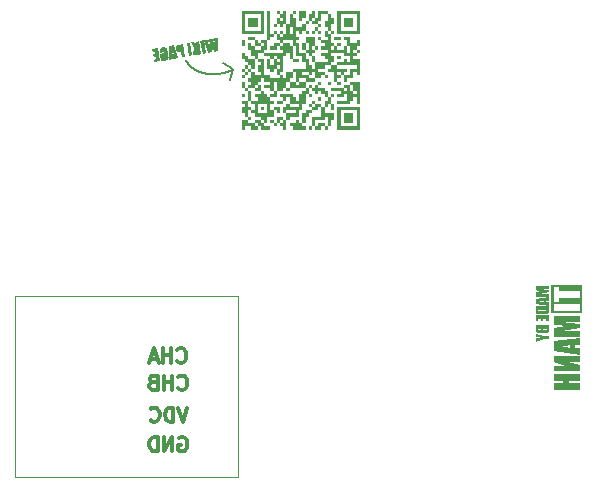
<source format=gbr>
%TF.GenerationSoftware,KiCad,Pcbnew,9.0.4*%
%TF.CreationDate,2025-10-07T17:59:55+07:00*%
%TF.ProjectId,duodrive,64756f64-7269-4766-952e-6b696361645f,rev?*%
%TF.SameCoordinates,Original*%
%TF.FileFunction,Legend,Bot*%
%TF.FilePolarity,Positive*%
%FSLAX46Y46*%
G04 Gerber Fmt 4.6, Leading zero omitted, Abs format (unit mm)*
G04 Created by KiCad (PCBNEW 9.0.4) date 2025-10-07 17:59:55*
%MOMM*%
%LPD*%
G01*
G04 APERTURE LIST*
%ADD10C,0.100000*%
%ADD11C,0.400000*%
%ADD12C,0.200000*%
%ADD13C,0.300000*%
%ADD14C,0.000000*%
G04 APERTURE END LIST*
D10*
G36*
X138352222Y-110854497D02*
G01*
X135695914Y-110854497D01*
X135695914Y-110632275D01*
X135918136Y-110632275D01*
X138130000Y-110632275D01*
X138130000Y-110057083D01*
X135918136Y-110057083D01*
X135918136Y-110632275D01*
X135695914Y-110632275D01*
X135695914Y-109926047D01*
X135918136Y-109926047D01*
X136363635Y-109926047D01*
X136363635Y-109584473D01*
X138130000Y-109584473D01*
X138130000Y-109009281D01*
X136363635Y-109009281D01*
X136363635Y-108669051D01*
X135918136Y-108669051D01*
X135918136Y-109926047D01*
X135695914Y-109926047D01*
X135695914Y-108446829D01*
X138352222Y-108446829D01*
X138352222Y-110854497D01*
G37*
D11*
G36*
X135910321Y-112848850D02*
G01*
X138130000Y-112848850D01*
X138130000Y-112338260D01*
X136632791Y-112342168D01*
X138130000Y-112144820D01*
X138130000Y-111781387D01*
X136664054Y-111573047D01*
X138130000Y-111576955D01*
X138130000Y-111066366D01*
X135910321Y-111066366D01*
X135910321Y-111818145D01*
X136383907Y-111888487D01*
X136947009Y-111963714D01*
X135910321Y-112091453D01*
X135910321Y-112848850D01*
G37*
G36*
X138130000Y-113545064D02*
G01*
X137731395Y-113579136D01*
X137731395Y-113778316D01*
X138130000Y-113806893D01*
X138130000Y-114403944D01*
X135910321Y-114073606D01*
X135910321Y-113678054D01*
X136401004Y-113678054D01*
X136936784Y-113720771D01*
X137332791Y-113761097D01*
X137332791Y-113572908D01*
X136999653Y-113605037D01*
X136401004Y-113678054D01*
X135910321Y-113678054D01*
X135910321Y-113234754D01*
X138130000Y-112941296D01*
X138130000Y-113545064D01*
G37*
G36*
X135910321Y-115785626D02*
G01*
X138130000Y-115785626D01*
X138130000Y-115274670D01*
X137120544Y-114978403D01*
X138130000Y-114982311D01*
X138130000Y-114493581D01*
X135910321Y-114493581D01*
X135910321Y-114981212D01*
X136910129Y-115300804D01*
X135910321Y-115296896D01*
X135910321Y-115785626D01*
G37*
G36*
X135910321Y-117340110D02*
G01*
X138130000Y-117340110D01*
X138130000Y-116757102D01*
X137199923Y-116757102D01*
X137199923Y-116592849D01*
X138130000Y-116592849D01*
X138130000Y-116009841D01*
X135910321Y-116009841D01*
X135910321Y-116592849D01*
X136699713Y-116592849D01*
X136699713Y-116757102D01*
X135910321Y-116757102D01*
X135910321Y-117340110D01*
G37*
D12*
X108800001Y-90200000D02*
X108500001Y-91100000D01*
X108800001Y-90200000D02*
X107900000Y-89700000D01*
X108800001Y-90200000D02*
X108787380Y-90206839D01*
X108774644Y-90213649D01*
X108761794Y-90220428D01*
X108748831Y-90227177D01*
X108735757Y-90233894D01*
X108722570Y-90240579D01*
X108709274Y-90247229D01*
X108695867Y-90253845D01*
X108682352Y-90260426D01*
X108668729Y-90266969D01*
X108654999Y-90273476D01*
X108641163Y-90279943D01*
X108627222Y-90286372D01*
X108613178Y-90292760D01*
X108599031Y-90299107D01*
X108584782Y-90305411D01*
X108570433Y-90311673D01*
X108555985Y-90317890D01*
X108541438Y-90324063D01*
X108526795Y-90330190D01*
X108512056Y-90336269D01*
X108497223Y-90342301D01*
X108482297Y-90348285D01*
X108467279Y-90354219D01*
X108452171Y-90360102D01*
X108436974Y-90365934D01*
X108421690Y-90371714D01*
X108406319Y-90377441D01*
X108390864Y-90383114D01*
X108375326Y-90388733D01*
X108359706Y-90394295D01*
X108344005Y-90399801D01*
X108328226Y-90405250D01*
X108312370Y-90410641D01*
X108296438Y-90415973D01*
X108280432Y-90421246D01*
X108264354Y-90426458D01*
X108248205Y-90431608D01*
X108231986Y-90436697D01*
X108223851Y-90439218D01*
X108215700Y-90441723D01*
X108207532Y-90444212D01*
X108199348Y-90446686D01*
X108191147Y-90449143D01*
X108182932Y-90451584D01*
X108174700Y-90454009D01*
X108166453Y-90456418D01*
X108158190Y-90458810D01*
X108149912Y-90461186D01*
X108141620Y-90463545D01*
X108133313Y-90465887D01*
X108124991Y-90468213D01*
X108116656Y-90470522D01*
X108108306Y-90472814D01*
X108099942Y-90475090D01*
X108091565Y-90477348D01*
X108083175Y-90479589D01*
X108074771Y-90481813D01*
X108066355Y-90484019D01*
X108057926Y-90486208D01*
X108049483Y-90488380D01*
X108041030Y-90490534D01*
X108032563Y-90492671D01*
X108024086Y-90494790D01*
X108015595Y-90496891D01*
X108007095Y-90498975D01*
X107998582Y-90501041D01*
X107990059Y-90503088D01*
X107981524Y-90505118D01*
X107972980Y-90507130D01*
X107964424Y-90509124D01*
X107955859Y-90511099D01*
X107947283Y-90513056D01*
X107938699Y-90514995D01*
X107930103Y-90516916D01*
X107921500Y-90518818D01*
X107912886Y-90520701D01*
X107904265Y-90522566D01*
X107895633Y-90524413D01*
X107886995Y-90526241D01*
X107878346Y-90528050D01*
X107869692Y-90529840D01*
X107861027Y-90531612D01*
X107852358Y-90533364D01*
X107843678Y-90535098D01*
X107834994Y-90536813D01*
X107826300Y-90538509D01*
X107817602Y-90540185D01*
X107808894Y-90541843D01*
X107800184Y-90543481D01*
X107791463Y-90545100D01*
X107782741Y-90546700D01*
X107774009Y-90548281D01*
X107765275Y-90549842D01*
X107756532Y-90551384D01*
X107747787Y-90552906D01*
X107739034Y-90554410D01*
X107730280Y-90555893D01*
X107721517Y-90557357D01*
X107712755Y-90558801D01*
X107703983Y-90560226D01*
X107695213Y-90561631D01*
X107686434Y-90563017D01*
X107677656Y-90564382D01*
X107668870Y-90565729D01*
X107660086Y-90567055D01*
X107651293Y-90568361D01*
X107642504Y-90569648D01*
X107633706Y-90570915D01*
X107624911Y-90572161D01*
X107616109Y-90573388D01*
X107607310Y-90574595D01*
X107598504Y-90575782D01*
X107589702Y-90576949D01*
X107580893Y-90578096D01*
X107572088Y-90579223D01*
X107563277Y-90580330D01*
X107554471Y-90581417D01*
X107545658Y-90582484D01*
X107536850Y-90583530D01*
X107528036Y-90584557D01*
X107519228Y-90585563D01*
X107510415Y-90586550D01*
X107501607Y-90587515D01*
X107492794Y-90588462D01*
X107483988Y-90589387D01*
X107475176Y-90590293D01*
X107466371Y-90591177D01*
X107457561Y-90592043D01*
X107448759Y-90592887D01*
X107439952Y-90593712D01*
X107431153Y-90594516D01*
X107422350Y-90595300D01*
X107413555Y-90596063D01*
X107404755Y-90596807D01*
X107395965Y-90597529D01*
X107387170Y-90598232D01*
X107378385Y-90598914D01*
X107369596Y-90599577D01*
X107360817Y-90600218D01*
X107352033Y-90600840D01*
X107343261Y-90601441D01*
X107334484Y-90602022D01*
X107325719Y-90602582D01*
X107316950Y-90603123D01*
X107308193Y-90603642D01*
X107299431Y-90604142D01*
X107290682Y-90604621D01*
X107281930Y-90605080D01*
X107273190Y-90605519D01*
X107264447Y-90605937D01*
X107255716Y-90606335D01*
X107246983Y-90606713D01*
X107238263Y-90607070D01*
X107229540Y-90607408D01*
X107220831Y-90607725D01*
X107212119Y-90608022D01*
X107203421Y-90608298D01*
X107194721Y-90608554D01*
X107186035Y-90608790D01*
X107177347Y-90609006D01*
X107168673Y-90609202D01*
X107159998Y-90609378D01*
X107151338Y-90609533D01*
X107142676Y-90609668D01*
X107134029Y-90609783D01*
X107125380Y-90609878D01*
X107116748Y-90609953D01*
X107108114Y-90610008D01*
X107099496Y-90610042D01*
X107090877Y-90610057D01*
X107082274Y-90610051D01*
X107073670Y-90610026D01*
X107065083Y-90609980D01*
X107056495Y-90609915D01*
X107047923Y-90609829D01*
X107039352Y-90609724D01*
X107030797Y-90609599D01*
X107022242Y-90609453D01*
X107013705Y-90609288D01*
X107005167Y-90609103D01*
X106996647Y-90608898D01*
X106988127Y-90608674D01*
X106979625Y-90608429D01*
X106971123Y-90608165D01*
X106962640Y-90607881D01*
X106954157Y-90607577D01*
X106945692Y-90607254D01*
X106937228Y-90606910D01*
X106928782Y-90606548D01*
X106920338Y-90606165D01*
X106911912Y-90605763D01*
X106903487Y-90605341D01*
X106895081Y-90604901D01*
X106886677Y-90604440D01*
X106878291Y-90603960D01*
X106869907Y-90603460D01*
X106861543Y-90602941D01*
X106853180Y-90602402D01*
X106844837Y-90601844D01*
X106836495Y-90601267D01*
X106828174Y-90600671D01*
X106819854Y-90600054D01*
X106811555Y-90599419D01*
X106803257Y-90598765D01*
X106794980Y-90598091D01*
X106786705Y-90597398D01*
X106778450Y-90596687D01*
X106770198Y-90595955D01*
X106761966Y-90595205D01*
X106753737Y-90594436D01*
X106745529Y-90593648D01*
X106737323Y-90592840D01*
X106729138Y-90592014D01*
X106720956Y-90591169D01*
X106712795Y-90590305D01*
X106704637Y-90589422D01*
X106696501Y-90588521D01*
X106688367Y-90587599D01*
X106680256Y-90586661D01*
X106672147Y-90585702D01*
X106664060Y-90584726D01*
X106655976Y-90583730D01*
X106647914Y-90582716D01*
X106639855Y-90581683D01*
X106631818Y-90580632D01*
X106623785Y-90579562D01*
X106615774Y-90578474D01*
X106607767Y-90577367D01*
X106599782Y-90576242D01*
X106591800Y-90575098D01*
X106583841Y-90573937D01*
X106575886Y-90572756D01*
X106567953Y-90571558D01*
X106560024Y-90570340D01*
X106552118Y-90569106D01*
X106544216Y-90567852D01*
X106536337Y-90566582D01*
X106528462Y-90565291D01*
X106520610Y-90563985D01*
X106512762Y-90562658D01*
X106504937Y-90561315D01*
X106497116Y-90559953D01*
X106489319Y-90558574D01*
X106481526Y-90557176D01*
X106473756Y-90555761D01*
X106465991Y-90554327D01*
X106458249Y-90552877D01*
X106450512Y-90551408D01*
X106442798Y-90549922D01*
X106435088Y-90548417D01*
X106427403Y-90546896D01*
X106419722Y-90545356D01*
X106412064Y-90543800D01*
X106404412Y-90542224D01*
X106396783Y-90540633D01*
X106389159Y-90539023D01*
X106381559Y-90537397D01*
X106373964Y-90535751D01*
X106366393Y-90534090D01*
X106358827Y-90532410D01*
X106351284Y-90530715D01*
X106343747Y-90529000D01*
X106336234Y-90527270D01*
X106328726Y-90525521D01*
X106321242Y-90523757D01*
X106313764Y-90521974D01*
X106306310Y-90520175D01*
X106298861Y-90518358D01*
X106291436Y-90516525D01*
X106284016Y-90514674D01*
X106276621Y-90512807D01*
X106269232Y-90510922D01*
X106261866Y-90509022D01*
X106254506Y-90507103D01*
X106247170Y-90505169D01*
X106239841Y-90503216D01*
X106232535Y-90501249D01*
X106225235Y-90499263D01*
X106217960Y-90497262D01*
X106210690Y-90495243D01*
X106203445Y-90493209D01*
X106196205Y-90491156D01*
X106188990Y-90489089D01*
X106181781Y-90487004D01*
X106174596Y-90484904D01*
X106167418Y-90482785D01*
X106160263Y-90480653D01*
X106153115Y-90478501D01*
X106145991Y-90476336D01*
X106138874Y-90474152D01*
X106131780Y-90471954D01*
X106124694Y-90469738D01*
X106117631Y-90467507D01*
X106110575Y-90465258D01*
X106103542Y-90462996D01*
X106096517Y-90460715D01*
X106089516Y-90458420D01*
X106082521Y-90456107D01*
X106075551Y-90453780D01*
X106068587Y-90451435D01*
X106061647Y-90449076D01*
X106054715Y-90446699D01*
X106047806Y-90444309D01*
X106040905Y-90441900D01*
X106034027Y-90439478D01*
X106027156Y-90437038D01*
X106020309Y-90434584D01*
X106013470Y-90432112D01*
X106006654Y-90429628D01*
X105999845Y-90427124D01*
X105993061Y-90424608D01*
X105986283Y-90422074D01*
X105979530Y-90419526D01*
X105972784Y-90416961D01*
X105966061Y-90414383D01*
X105959346Y-90411786D01*
X105952655Y-90409177D01*
X105945971Y-90406549D01*
X105939311Y-90403909D01*
X105932658Y-90401251D01*
X105926029Y-90398580D01*
X105919408Y-90395891D01*
X105912810Y-90393190D01*
X105906220Y-90390470D01*
X105899654Y-90387739D01*
X105893095Y-90384989D01*
X105886559Y-90382227D01*
X105880032Y-90379446D01*
X105873528Y-90376654D01*
X105867032Y-90373844D01*
X105860559Y-90371021D01*
X105854094Y-90368181D01*
X105847652Y-90365328D01*
X105841219Y-90362457D01*
X105834808Y-90359575D01*
X105828406Y-90356674D01*
X105822027Y-90353762D01*
X105815656Y-90350832D01*
X105809308Y-90347890D01*
X105802969Y-90344930D01*
X105796652Y-90341958D01*
X105790343Y-90338968D01*
X105784058Y-90335967D01*
X105777781Y-90332948D01*
X105771526Y-90329918D01*
X105765281Y-90326869D01*
X105759057Y-90323809D01*
X105752843Y-90320731D01*
X105746651Y-90317642D01*
X105740467Y-90314535D01*
X105734306Y-90311416D01*
X105728154Y-90308280D01*
X105722025Y-90305132D01*
X105715904Y-90301967D01*
X105709805Y-90298790D01*
X105703715Y-90295596D01*
X105697648Y-90292390D01*
X105691589Y-90289167D01*
X105685553Y-90285933D01*
X105679525Y-90282681D01*
X105673520Y-90279418D01*
X105667524Y-90276137D01*
X105661549Y-90272845D01*
X105655584Y-90269535D01*
X105649640Y-90266215D01*
X105643706Y-90262877D01*
X105637794Y-90259528D01*
X105631890Y-90256161D01*
X105626009Y-90252784D01*
X105620137Y-90249389D01*
X105614286Y-90245983D01*
X105608445Y-90242559D01*
X105602625Y-90239125D01*
X105596815Y-90235673D01*
X105591025Y-90232211D01*
X105585246Y-90228731D01*
X105579488Y-90225240D01*
X105573739Y-90221732D01*
X105568012Y-90218213D01*
X105562294Y-90214677D01*
X105556597Y-90211130D01*
X105550910Y-90207565D01*
X105545244Y-90203990D01*
X105539588Y-90200398D01*
X105533953Y-90196795D01*
X105528327Y-90193175D01*
X105522722Y-90189544D01*
X105517128Y-90185895D01*
X105511553Y-90182237D01*
X105505989Y-90178560D01*
X105500445Y-90174874D01*
X105494912Y-90171170D01*
X105489398Y-90167455D01*
X105483895Y-90163724D01*
X105478413Y-90159981D01*
X105472940Y-90156222D01*
X105467488Y-90152452D01*
X105462046Y-90148665D01*
X105456624Y-90144867D01*
X105451212Y-90141053D01*
X105445820Y-90137228D01*
X105440439Y-90133385D01*
X105435077Y-90129532D01*
X105429726Y-90125662D01*
X105424395Y-90121782D01*
X105419075Y-90117885D01*
X105413774Y-90113977D01*
X105408483Y-90110052D01*
X105403212Y-90106116D01*
X105397952Y-90102164D01*
X105392712Y-90098201D01*
X105387482Y-90094221D01*
X105382271Y-90090231D01*
X105377071Y-90086224D01*
X105371890Y-90082206D01*
X105366721Y-90078171D01*
X105361570Y-90074126D01*
X105356430Y-90070064D01*
X105351309Y-90065992D01*
X105346200Y-90061902D01*
X105341109Y-90057802D01*
X105336029Y-90053685D01*
X105330968Y-90049558D01*
X105325918Y-90045414D01*
X105320887Y-90041260D01*
X105315867Y-90037088D01*
X105310866Y-90032906D01*
X105305875Y-90028708D01*
X105300904Y-90024498D01*
X105295943Y-90020272D01*
X105291002Y-90016036D01*
X105286071Y-90011783D01*
X105281159Y-90007519D01*
X105276258Y-90003238D01*
X105271375Y-89998947D01*
X105266504Y-89994639D01*
X105261651Y-89990321D01*
X105256809Y-89985985D01*
X105251985Y-89981640D01*
X105247173Y-89977277D01*
X105242379Y-89972904D01*
X105237596Y-89968514D01*
X105232832Y-89964114D01*
X105228079Y-89959697D01*
X105223344Y-89955269D01*
X105218620Y-89950825D01*
X105213914Y-89946370D01*
X105209220Y-89941898D01*
X105204544Y-89937416D01*
X105199879Y-89932917D01*
X105195232Y-89928407D01*
X105190596Y-89923881D01*
X105185979Y-89919344D01*
X105181372Y-89914790D01*
X105176784Y-89910226D01*
X105172207Y-89905644D01*
X105167648Y-89901053D01*
X105163100Y-89896444D01*
X105158570Y-89891825D01*
X105154051Y-89887189D01*
X105149551Y-89882542D01*
X105145061Y-89877879D01*
X105140589Y-89873204D01*
X105136129Y-89868513D01*
X105131687Y-89863812D01*
X105127256Y-89859093D01*
X105122842Y-89854364D01*
X105118440Y-89849618D01*
X105114056Y-89844861D01*
X105109683Y-89840088D01*
X105105327Y-89835303D01*
X105100983Y-89830502D01*
X105096657Y-89825690D01*
X105092342Y-89820861D01*
X105088044Y-89816022D01*
X105083759Y-89811165D01*
X105079490Y-89806298D01*
X105075233Y-89801414D01*
X105070993Y-89796518D01*
X105066766Y-89791606D01*
X105062555Y-89786683D01*
X105058356Y-89781744D01*
X105054174Y-89776793D01*
X105050004Y-89771825D01*
X105045851Y-89766847D01*
X105041710Y-89761851D01*
X105037585Y-89756844D01*
X105033473Y-89751821D01*
X105029378Y-89746786D01*
X105025294Y-89741735D01*
X105021227Y-89736672D01*
X105017173Y-89731593D01*
X105013135Y-89726502D01*
X105009109Y-89721394D01*
X105005100Y-89716275D01*
X105001103Y-89711140D01*
X104997123Y-89705993D01*
X104993155Y-89700829D01*
X104989203Y-89695653D01*
X104985264Y-89690461D01*
X104981341Y-89685257D01*
X104977431Y-89680037D01*
X104973537Y-89674805D01*
X104969655Y-89669556D01*
X104965790Y-89664295D01*
X104961937Y-89659018D01*
X104958100Y-89653728D01*
X104954276Y-89648423D01*
X104950468Y-89643105D01*
X104946673Y-89637770D01*
X104942894Y-89632424D01*
X104939127Y-89627061D01*
X104935377Y-89621686D01*
X104931639Y-89616294D01*
X104927917Y-89610890D01*
X104924208Y-89605469D01*
X104920515Y-89600036D01*
X104916835Y-89594586D01*
X104913171Y-89589125D01*
X104909520Y-89583646D01*
X104905884Y-89578155D01*
X104902261Y-89572648D01*
X104898655Y-89567128D01*
X104895061Y-89561591D01*
X104891483Y-89556042D01*
X104887918Y-89550476D01*
X104884369Y-89544897D01*
X104880832Y-89539302D01*
X104877312Y-89533694D01*
X104873805Y-89528070D01*
X104870313Y-89522432D01*
X104866834Y-89516778D01*
X104863372Y-89511112D01*
X104859922Y-89505428D01*
X104856488Y-89499732D01*
X104853067Y-89494018D01*
X104849662Y-89488292D01*
X104846270Y-89482549D01*
X104842894Y-89476793D01*
X104839531Y-89471021D01*
X104836184Y-89465235D01*
X104832850Y-89459432D01*
X104829531Y-89453616D01*
X104826226Y-89447783D01*
X104822937Y-89441937D01*
X104819661Y-89436075D01*
X104816400Y-89430199D01*
X104813153Y-89424306D01*
X104809922Y-89418399D01*
X104806704Y-89412476D01*
X104803501Y-89406539D01*
X104800312Y-89400585D01*
X104800000Y-89400000D01*
D10*
X90300000Y-109400000D02*
X109200000Y-109400000D01*
X109200000Y-124700000D01*
X90300000Y-124700000D01*
X90300000Y-109400000D01*
D13*
X104214285Y-121396685D02*
X104328571Y-121339542D01*
X104328571Y-121339542D02*
X104499999Y-121339542D01*
X104499999Y-121339542D02*
X104671428Y-121396685D01*
X104671428Y-121396685D02*
X104785713Y-121510971D01*
X104785713Y-121510971D02*
X104842856Y-121625257D01*
X104842856Y-121625257D02*
X104899999Y-121853828D01*
X104899999Y-121853828D02*
X104899999Y-122025257D01*
X104899999Y-122025257D02*
X104842856Y-122253828D01*
X104842856Y-122253828D02*
X104785713Y-122368114D01*
X104785713Y-122368114D02*
X104671428Y-122482400D01*
X104671428Y-122482400D02*
X104499999Y-122539542D01*
X104499999Y-122539542D02*
X104385713Y-122539542D01*
X104385713Y-122539542D02*
X104214285Y-122482400D01*
X104214285Y-122482400D02*
X104157142Y-122425257D01*
X104157142Y-122425257D02*
X104157142Y-122025257D01*
X104157142Y-122025257D02*
X104385713Y-122025257D01*
X103642856Y-122539542D02*
X103642856Y-121339542D01*
X103642856Y-121339542D02*
X102957142Y-122539542D01*
X102957142Y-122539542D02*
X102957142Y-121339542D01*
X102385713Y-122539542D02*
X102385713Y-121339542D01*
X102385713Y-121339542D02*
X102099999Y-121339542D01*
X102099999Y-121339542D02*
X101928570Y-121396685D01*
X101928570Y-121396685D02*
X101814285Y-121510971D01*
X101814285Y-121510971D02*
X101757142Y-121625257D01*
X101757142Y-121625257D02*
X101699999Y-121853828D01*
X101699999Y-121853828D02*
X101699999Y-122025257D01*
X101699999Y-122025257D02*
X101757142Y-122253828D01*
X101757142Y-122253828D02*
X101814285Y-122368114D01*
X101814285Y-122368114D02*
X101928570Y-122482400D01*
X101928570Y-122482400D02*
X102099999Y-122539542D01*
X102099999Y-122539542D02*
X102385713Y-122539542D01*
X104071428Y-114925257D02*
X104128571Y-114982400D01*
X104128571Y-114982400D02*
X104299999Y-115039542D01*
X104299999Y-115039542D02*
X104414285Y-115039542D01*
X104414285Y-115039542D02*
X104585714Y-114982400D01*
X104585714Y-114982400D02*
X104699999Y-114868114D01*
X104699999Y-114868114D02*
X104757142Y-114753828D01*
X104757142Y-114753828D02*
X104814285Y-114525257D01*
X104814285Y-114525257D02*
X104814285Y-114353828D01*
X104814285Y-114353828D02*
X104757142Y-114125257D01*
X104757142Y-114125257D02*
X104699999Y-114010971D01*
X104699999Y-114010971D02*
X104585714Y-113896685D01*
X104585714Y-113896685D02*
X104414285Y-113839542D01*
X104414285Y-113839542D02*
X104299999Y-113839542D01*
X104299999Y-113839542D02*
X104128571Y-113896685D01*
X104128571Y-113896685D02*
X104071428Y-113953828D01*
X103557142Y-115039542D02*
X103557142Y-113839542D01*
X103557142Y-114410971D02*
X102871428Y-114410971D01*
X102871428Y-115039542D02*
X102871428Y-113839542D01*
X102357142Y-114696685D02*
X101785714Y-114696685D01*
X102471428Y-115039542D02*
X102071428Y-113839542D01*
X102071428Y-113839542D02*
X101671428Y-115039542D01*
X104157142Y-117225257D02*
X104214285Y-117282400D01*
X104214285Y-117282400D02*
X104385713Y-117339542D01*
X104385713Y-117339542D02*
X104499999Y-117339542D01*
X104499999Y-117339542D02*
X104671428Y-117282400D01*
X104671428Y-117282400D02*
X104785713Y-117168114D01*
X104785713Y-117168114D02*
X104842856Y-117053828D01*
X104842856Y-117053828D02*
X104899999Y-116825257D01*
X104899999Y-116825257D02*
X104899999Y-116653828D01*
X104899999Y-116653828D02*
X104842856Y-116425257D01*
X104842856Y-116425257D02*
X104785713Y-116310971D01*
X104785713Y-116310971D02*
X104671428Y-116196685D01*
X104671428Y-116196685D02*
X104499999Y-116139542D01*
X104499999Y-116139542D02*
X104385713Y-116139542D01*
X104385713Y-116139542D02*
X104214285Y-116196685D01*
X104214285Y-116196685D02*
X104157142Y-116253828D01*
X103642856Y-117339542D02*
X103642856Y-116139542D01*
X103642856Y-116710971D02*
X102957142Y-116710971D01*
X102957142Y-117339542D02*
X102957142Y-116139542D01*
X101985713Y-116710971D02*
X101814285Y-116768114D01*
X101814285Y-116768114D02*
X101757142Y-116825257D01*
X101757142Y-116825257D02*
X101699999Y-116939542D01*
X101699999Y-116939542D02*
X101699999Y-117110971D01*
X101699999Y-117110971D02*
X101757142Y-117225257D01*
X101757142Y-117225257D02*
X101814285Y-117282400D01*
X101814285Y-117282400D02*
X101928570Y-117339542D01*
X101928570Y-117339542D02*
X102385713Y-117339542D01*
X102385713Y-117339542D02*
X102385713Y-116139542D01*
X102385713Y-116139542D02*
X101985713Y-116139542D01*
X101985713Y-116139542D02*
X101871428Y-116196685D01*
X101871428Y-116196685D02*
X101814285Y-116253828D01*
X101814285Y-116253828D02*
X101757142Y-116368114D01*
X101757142Y-116368114D02*
X101757142Y-116482400D01*
X101757142Y-116482400D02*
X101814285Y-116596685D01*
X101814285Y-116596685D02*
X101871428Y-116653828D01*
X101871428Y-116653828D02*
X101985713Y-116710971D01*
X101985713Y-116710971D02*
X102385713Y-116710971D01*
D10*
G36*
X106344960Y-87732276D02*
G01*
X106662801Y-88799225D01*
X107016684Y-88736826D01*
X107015001Y-88468407D01*
X107000863Y-88147428D01*
X107180847Y-88707879D01*
X107532686Y-88645841D01*
X107467103Y-87534412D01*
X107191934Y-87582932D01*
X107230011Y-87968013D01*
X107265645Y-88343108D01*
X107186153Y-88038331D01*
X107055372Y-87607012D01*
X106760720Y-87658967D01*
X106793126Y-88023843D01*
X106835813Y-88446676D01*
X106769628Y-88184703D01*
X106697698Y-87930475D01*
X106620129Y-87683757D01*
X106344960Y-87732276D01*
G37*
G36*
X106004546Y-87792300D02*
G01*
X106196589Y-88881431D01*
X106479816Y-88831490D01*
X106287773Y-87742360D01*
X106004546Y-87792300D01*
G37*
G36*
X105216623Y-87931233D02*
G01*
X105465454Y-88394415D01*
X105393212Y-89023088D01*
X105685819Y-88971493D01*
X105717870Y-88484453D01*
X105800192Y-88951326D01*
X106083419Y-88901386D01*
X105891376Y-87812255D01*
X105608149Y-87862196D01*
X105682763Y-88285352D01*
X105482351Y-87884378D01*
X105216623Y-87931233D01*
G37*
G36*
X104868272Y-87992656D02*
G01*
X105060315Y-89081786D01*
X105343542Y-89031846D01*
X105151499Y-87942716D01*
X104868272Y-87992656D01*
G37*
G36*
X104704688Y-89144493D02*
G01*
X104421461Y-89194433D01*
X104344101Y-88755703D01*
X104268093Y-88769105D01*
X104205784Y-88776739D01*
X104154822Y-88776574D01*
X104113254Y-88770056D01*
X104074205Y-88756000D01*
X104044068Y-88736214D01*
X104021254Y-88710697D01*
X104004671Y-88679702D01*
X103988305Y-88632084D01*
X103972922Y-88562476D01*
X103956201Y-88467647D01*
X103942657Y-88371516D01*
X103941737Y-88344800D01*
X104184305Y-88344800D01*
X104187809Y-88396426D01*
X104203756Y-88486867D01*
X104218313Y-88541547D01*
X104233129Y-88564833D01*
X104254968Y-88575305D01*
X104290662Y-88574653D01*
X104311412Y-88570312D01*
X104261991Y-88290032D01*
X104213281Y-88304032D01*
X104192351Y-88319858D01*
X104184305Y-88344800D01*
X103941737Y-88344800D01*
X103940701Y-88314691D01*
X103948999Y-88266288D01*
X103968452Y-88224172D01*
X104000313Y-88188501D01*
X104052702Y-88155188D01*
X104119334Y-88130132D01*
X104227434Y-88105653D01*
X104512645Y-88055363D01*
X104704688Y-89144493D01*
G37*
G36*
X104112137Y-89248976D02*
G01*
X103818808Y-89300698D01*
X103767422Y-89107382D01*
X103665797Y-89125301D01*
X103686335Y-89324056D01*
X103396373Y-89375184D01*
X103371955Y-88463112D01*
X103601800Y-88463112D01*
X103625780Y-88731031D01*
X103639985Y-88931443D01*
X103736860Y-88914362D01*
X103691269Y-88751370D01*
X103601800Y-88463112D01*
X103371955Y-88463112D01*
X103366449Y-88257468D01*
X103776135Y-88185229D01*
X104112137Y-89248976D01*
G37*
G36*
X102576759Y-88809402D02*
G01*
X102859986Y-88759461D01*
X102842618Y-88660963D01*
X102830417Y-88575768D01*
X102830166Y-88542874D01*
X102840180Y-88523328D01*
X102864336Y-88512668D01*
X102887749Y-88513992D01*
X102903617Y-88526574D01*
X102914735Y-88553355D01*
X102931246Y-88628409D01*
X103023376Y-89150905D01*
X103032173Y-89218471D01*
X103031003Y-89249013D01*
X103020214Y-89268656D01*
X102997392Y-89278872D01*
X102977933Y-89279118D01*
X102962862Y-89272919D01*
X102950736Y-89260066D01*
X102937401Y-89228898D01*
X102921565Y-89159681D01*
X102898769Y-89030395D01*
X102955955Y-89020311D01*
X102926775Y-88854825D01*
X102595081Y-88913312D01*
X102698228Y-89498286D01*
X102876523Y-89466848D01*
X102888978Y-89384172D01*
X102930203Y-89423111D01*
X102975350Y-89447128D01*
X103025608Y-89457574D01*
X103083724Y-89454122D01*
X103129693Y-89442028D01*
X103171978Y-89422721D01*
X103211172Y-89395936D01*
X103245827Y-89363272D01*
X103271972Y-89329204D01*
X103290571Y-89293458D01*
X103307644Y-89235962D01*
X103311993Y-89179006D01*
X103306524Y-89114706D01*
X103290320Y-89008972D01*
X103233244Y-88685275D01*
X103202561Y-88540727D01*
X103176482Y-88461472D01*
X103151804Y-88420865D01*
X103113099Y-88383450D01*
X103057070Y-88348974D01*
X103011722Y-88331306D01*
X102961232Y-88321264D01*
X102904553Y-88319316D01*
X102840482Y-88326401D01*
X102759975Y-88347002D01*
X102695025Y-88376417D01*
X102642998Y-88413925D01*
X102599295Y-88460865D01*
X102571609Y-88507266D01*
X102557408Y-88554077D01*
X102553146Y-88604034D01*
X102556001Y-88671962D01*
X102568468Y-88762378D01*
X102576759Y-88809402D01*
G37*
G36*
X102395961Y-88428591D02*
G01*
X101923736Y-88511857D01*
X101962416Y-88731223D01*
X102151415Y-88697897D01*
X102187380Y-88901869D01*
X102010469Y-88933063D01*
X102047113Y-89140883D01*
X102224025Y-89109689D01*
X102266098Y-89348297D01*
X102058218Y-89384951D01*
X102096898Y-89604317D01*
X102588004Y-89517721D01*
X102395961Y-88428591D01*
G37*
D13*
X104899999Y-118839542D02*
X104499999Y-120039542D01*
X104499999Y-120039542D02*
X104099999Y-118839542D01*
X103699999Y-120039542D02*
X103699999Y-118839542D01*
X103699999Y-118839542D02*
X103414285Y-118839542D01*
X103414285Y-118839542D02*
X103242856Y-118896685D01*
X103242856Y-118896685D02*
X103128571Y-119010971D01*
X103128571Y-119010971D02*
X103071428Y-119125257D01*
X103071428Y-119125257D02*
X103014285Y-119353828D01*
X103014285Y-119353828D02*
X103014285Y-119525257D01*
X103014285Y-119525257D02*
X103071428Y-119753828D01*
X103071428Y-119753828D02*
X103128571Y-119868114D01*
X103128571Y-119868114D02*
X103242856Y-119982400D01*
X103242856Y-119982400D02*
X103414285Y-120039542D01*
X103414285Y-120039542D02*
X103699999Y-120039542D01*
X101814285Y-119925257D02*
X101871428Y-119982400D01*
X101871428Y-119982400D02*
X102042856Y-120039542D01*
X102042856Y-120039542D02*
X102157142Y-120039542D01*
X102157142Y-120039542D02*
X102328571Y-119982400D01*
X102328571Y-119982400D02*
X102442856Y-119868114D01*
X102442856Y-119868114D02*
X102499999Y-119753828D01*
X102499999Y-119753828D02*
X102557142Y-119525257D01*
X102557142Y-119525257D02*
X102557142Y-119353828D01*
X102557142Y-119353828D02*
X102499999Y-119125257D01*
X102499999Y-119125257D02*
X102442856Y-119010971D01*
X102442856Y-119010971D02*
X102328571Y-118896685D01*
X102328571Y-118896685D02*
X102157142Y-118839542D01*
X102157142Y-118839542D02*
X102042856Y-118839542D01*
X102042856Y-118839542D02*
X101871428Y-118896685D01*
X101871428Y-118896685D02*
X101814285Y-118953828D01*
D10*
G36*
X134409068Y-109444731D02*
G01*
X135515000Y-109444731D01*
X135515000Y-109193344D01*
X134768349Y-109193344D01*
X135515000Y-109092960D01*
X135515000Y-108914663D01*
X134783981Y-108808784D01*
X135515000Y-108808784D01*
X135515000Y-108557397D01*
X134409068Y-108557397D01*
X134409068Y-108929684D01*
X134644152Y-108964549D01*
X134925458Y-109004117D01*
X134409068Y-109069696D01*
X134409068Y-109444731D01*
G37*
G36*
X135515000Y-109793021D02*
G01*
X135315697Y-109810057D01*
X135315697Y-109913250D01*
X135515000Y-109927538D01*
X135515000Y-110221973D01*
X134409068Y-110057353D01*
X134409068Y-109861287D01*
X134652456Y-109861287D01*
X134920469Y-109884195D01*
X135120303Y-109905006D01*
X135120303Y-109806638D01*
X134951871Y-109823232D01*
X134652456Y-109861287D01*
X134409068Y-109861287D01*
X134409068Y-109641346D01*
X135515000Y-109495167D01*
X135515000Y-109793021D01*
G37*
G36*
X135515000Y-110633766D02*
G01*
X135511691Y-110730413D01*
X135503764Y-110788128D01*
X135487822Y-110836087D01*
X135464136Y-110874162D01*
X135431022Y-110903351D01*
X135385551Y-110923011D01*
X135323139Y-110932577D01*
X135186432Y-110937055D01*
X134799124Y-110937055D01*
X134654851Y-110934007D01*
X134588403Y-110927468D01*
X134537605Y-110910942D01*
X134491011Y-110879658D01*
X134465607Y-110851664D01*
X134444558Y-110815049D01*
X134428180Y-110767978D01*
X134415107Y-110677793D01*
X134411350Y-110558600D01*
X134596646Y-110558600D01*
X134599740Y-110601804D01*
X134606599Y-110622775D01*
X134619191Y-110636647D01*
X134637862Y-110644635D01*
X134665754Y-110647866D01*
X134734583Y-110649459D01*
X135166160Y-110649459D01*
X135266748Y-110644551D01*
X135302386Y-110635109D01*
X135314768Y-110622819D01*
X135323715Y-110599355D01*
X135327421Y-110558600D01*
X134596646Y-110558600D01*
X134411350Y-110558600D01*
X134409068Y-110486182D01*
X134409068Y-110271004D01*
X135515000Y-110271004D01*
X135515000Y-110633766D01*
G37*
G36*
X134409068Y-111044766D02*
G01*
X134409068Y-111524275D01*
X134631817Y-111524275D01*
X134631817Y-111332362D01*
X134838935Y-111332362D01*
X134838935Y-111512002D01*
X135049961Y-111512002D01*
X135049961Y-111332362D01*
X135292250Y-111332362D01*
X135292250Y-111543449D01*
X135515000Y-111543449D01*
X135515000Y-111044766D01*
X134409068Y-111044766D01*
G37*
G36*
X135515000Y-112204919D02*
G01*
X135511924Y-112323183D01*
X135504512Y-112394913D01*
X135495094Y-112434446D01*
X135477917Y-112468566D01*
X135453505Y-112495472D01*
X135420966Y-112516085D01*
X135383634Y-112529051D01*
X135329699Y-112538199D01*
X135254209Y-112541730D01*
X135151261Y-112541730D01*
X135079326Y-112536963D01*
X135027231Y-112524455D01*
X134990305Y-112506193D01*
X134960888Y-112478340D01*
X134935556Y-112434960D01*
X134915139Y-112370943D01*
X134897492Y-112429406D01*
X134877748Y-112467528D01*
X134856704Y-112490806D01*
X134829284Y-112506060D01*
X134786440Y-112516924D01*
X134722248Y-112521214D01*
X134627194Y-112515291D01*
X134560611Y-112500005D01*
X134515375Y-112478166D01*
X134476930Y-112445995D01*
X134448852Y-112408573D01*
X134430134Y-112365081D01*
X134415219Y-112286825D01*
X134409100Y-112159856D01*
X134596646Y-112159856D01*
X134598930Y-112200631D01*
X134602814Y-112219635D01*
X134611522Y-112232990D01*
X134629131Y-112244548D01*
X134653984Y-112251199D01*
X134701976Y-112254134D01*
X134790997Y-112250119D01*
X134821350Y-112242533D01*
X134832004Y-112232752D01*
X134839276Y-112215881D01*
X134842172Y-112188555D01*
X134842843Y-112159856D01*
X135014790Y-112159856D01*
X135021490Y-112217351D01*
X135032070Y-112239113D01*
X135054742Y-112249071D01*
X135119021Y-112254134D01*
X135223190Y-112254134D01*
X135283912Y-112248708D01*
X135308126Y-112237404D01*
X135320286Y-112214352D01*
X135327421Y-112159856D01*
X135014790Y-112159856D01*
X134842843Y-112159856D01*
X134596646Y-112159856D01*
X134409100Y-112159856D01*
X134409068Y-112159185D01*
X134409068Y-111872260D01*
X135515000Y-111872260D01*
X135515000Y-112204919D01*
G37*
G36*
X134409068Y-113257789D02*
G01*
X135114685Y-113048046D01*
X135515000Y-113048046D01*
X135515000Y-112781638D01*
X135114685Y-112781638D01*
X134409068Y-112579466D01*
X134409068Y-112843797D01*
X134706839Y-112896570D01*
X134844187Y-112913468D01*
X134657518Y-112943500D01*
X134409068Y-112993396D01*
X134409068Y-113257789D01*
G37*
D14*
%TO.C,G\u002A\u002A\u002A*%
G36*
X109780000Y-87990000D02*
G01*
X109780000Y-88260000D01*
X109640000Y-88260000D01*
X109500000Y-88260000D01*
X109500000Y-87990000D01*
X109500001Y-87720000D01*
X109640001Y-87720000D01*
X109779999Y-87720000D01*
X109780000Y-87990000D01*
G37*
G36*
X109780000Y-90830001D02*
G01*
X109780000Y-90959999D01*
X109640001Y-90960000D01*
X109500001Y-90960000D01*
X109500001Y-90830000D01*
X109500000Y-90700000D01*
X109640000Y-90700000D01*
X109780000Y-90700000D01*
X109780000Y-90830001D01*
G37*
G36*
X109780000Y-92450001D02*
G01*
X109780000Y-92579999D01*
X109640001Y-92580000D01*
X109500001Y-92580000D01*
X109500001Y-92450000D01*
X109500000Y-92320000D01*
X109640000Y-92320000D01*
X109780000Y-92320000D01*
X109780000Y-92450001D01*
G37*
G36*
X110860000Y-86240000D02*
G01*
X110860000Y-86640000D01*
X110460000Y-86640000D01*
X110060000Y-86640000D01*
X110059999Y-86240000D01*
X110060000Y-85840000D01*
X110460000Y-85840000D01*
X110860000Y-85840000D01*
X110860000Y-86240000D01*
G37*
G36*
X111400000Y-93530000D02*
G01*
X111400000Y-93660000D01*
X111270000Y-93660000D01*
X111140000Y-93660000D01*
X111140000Y-93530000D01*
X111140000Y-93400000D01*
X111270000Y-93400000D01*
X111400000Y-93400000D01*
X111400000Y-93530000D01*
G37*
G36*
X112480000Y-86510000D02*
G01*
X112480000Y-86640000D01*
X112350000Y-86640000D01*
X112220000Y-86640000D01*
X112220000Y-86510000D01*
X112220000Y-86380000D01*
X112350000Y-86380000D01*
X112480000Y-86380000D01*
X112480000Y-86510000D01*
G37*
G36*
X113020000Y-92990000D02*
G01*
X113020000Y-93120000D01*
X112750000Y-93120000D01*
X112480000Y-93120000D01*
X112480000Y-92990000D01*
X112480000Y-92860000D01*
X112750000Y-92859999D01*
X113020000Y-92859999D01*
X113020000Y-92990000D01*
G37*
G36*
X114100000Y-85430000D02*
G01*
X114100000Y-85560000D01*
X113970000Y-85559999D01*
X113840000Y-85559999D01*
X113840001Y-85430000D01*
X113840000Y-85300001D01*
X113970000Y-85300001D01*
X114100000Y-85300000D01*
X114100000Y-85430000D01*
G37*
G36*
X115180000Y-86240000D02*
G01*
X115180000Y-86380000D01*
X115050000Y-86380000D01*
X114920000Y-86380000D01*
X114920000Y-86240000D01*
X114920000Y-86100000D01*
X115050000Y-86100000D01*
X115180000Y-86100000D01*
X115180000Y-86240000D01*
G37*
G36*
X115180001Y-87050000D02*
G01*
X115180000Y-87180000D01*
X115050000Y-87180000D01*
X114920000Y-87180000D01*
X114920000Y-87050000D01*
X114920000Y-86920000D01*
X115050000Y-86920000D01*
X115180001Y-86920000D01*
X115180001Y-87050000D01*
G37*
G36*
X115460000Y-95159999D02*
G01*
X115460000Y-95299999D01*
X115320000Y-95299999D01*
X115180001Y-95300000D01*
X115180001Y-95160000D01*
X115180001Y-95020000D01*
X115320001Y-95020000D01*
X115460001Y-95020000D01*
X115460000Y-95159999D01*
G37*
G36*
X115720000Y-87050000D02*
G01*
X115720000Y-87180000D01*
X115590000Y-87180000D01*
X115460000Y-87180000D01*
X115460000Y-87049999D01*
X115460000Y-86920001D01*
X115589999Y-86920000D01*
X115720000Y-86920000D01*
X115720000Y-87050000D01*
G37*
G36*
X116260000Y-86510000D02*
G01*
X116260000Y-86640000D01*
X116130000Y-86640000D01*
X116000000Y-86640000D01*
X116000000Y-86510000D01*
X116000000Y-86380000D01*
X116130000Y-86379999D01*
X116260000Y-86379999D01*
X116260000Y-86510000D01*
G37*
G36*
X116260000Y-87590001D02*
G01*
X116259999Y-87720000D01*
X116130001Y-87720000D01*
X116000000Y-87720000D01*
X116000000Y-87590000D01*
X116000000Y-87460000D01*
X116130000Y-87460000D01*
X116260000Y-87460000D01*
X116260000Y-87590001D01*
G37*
G36*
X116260000Y-91370000D02*
G01*
X116260000Y-91500000D01*
X116130000Y-91500000D01*
X116000000Y-91500000D01*
X116000000Y-91370000D01*
X116000000Y-91240000D01*
X116130000Y-91239999D01*
X116260000Y-91239999D01*
X116260000Y-91370000D01*
G37*
G36*
X116260000Y-92719999D02*
G01*
X116260000Y-92859999D01*
X116130000Y-92859999D01*
X116000000Y-92860000D01*
X116000000Y-92720000D01*
X116000000Y-92580000D01*
X116130001Y-92580000D01*
X116259999Y-92580000D01*
X116260000Y-92719999D01*
G37*
G36*
X117080000Y-91370000D02*
G01*
X117080000Y-91500001D01*
X116940000Y-91500001D01*
X116800000Y-91500001D01*
X116800000Y-91370000D01*
X116800000Y-91240000D01*
X116940000Y-91240000D01*
X117080000Y-91240000D01*
X117080000Y-91370000D01*
G37*
G36*
X117880000Y-87590001D02*
G01*
X117879999Y-87720000D01*
X117610001Y-87720000D01*
X117340000Y-87720000D01*
X117340000Y-87590000D01*
X117340000Y-87460000D01*
X117610000Y-87460000D01*
X117880000Y-87460000D01*
X117880000Y-87590001D01*
G37*
G36*
X117880000Y-89210001D02*
G01*
X117879999Y-89340000D01*
X117750001Y-89340000D01*
X117620000Y-89340000D01*
X117620000Y-89210000D01*
X117620000Y-89080000D01*
X117750000Y-89080000D01*
X117880000Y-89080000D01*
X117880000Y-89210001D01*
G37*
G36*
X118960000Y-86240000D02*
G01*
X118960000Y-86640000D01*
X118560000Y-86640000D01*
X118160000Y-86640000D01*
X118160000Y-86240000D01*
X118160000Y-85840000D01*
X118560000Y-85840000D01*
X118960000Y-85840000D01*
X118960000Y-86240000D01*
G37*
G36*
X118960000Y-94340000D02*
G01*
X118960000Y-94740000D01*
X118560000Y-94740001D01*
X118160000Y-94740000D01*
X118160000Y-94340000D01*
X118160000Y-93940000D01*
X118560000Y-93940000D01*
X118960000Y-93940000D01*
X118960000Y-94340000D01*
G37*
G36*
X111140000Y-91770000D02*
G01*
X111140000Y-92040000D01*
X110870000Y-92040000D01*
X110600000Y-92040000D01*
X110600000Y-91909999D01*
X110600001Y-91780000D01*
X110729999Y-91780000D01*
X110860000Y-91780000D01*
X110860000Y-91640000D01*
X110860000Y-91500000D01*
X111000000Y-91500000D01*
X111140000Y-91500000D01*
X111140000Y-91770000D01*
G37*
G36*
X114920000Y-85570000D02*
G01*
X114920000Y-85840000D01*
X114780000Y-85840000D01*
X114640000Y-85840000D01*
X114640000Y-85970001D01*
X114639999Y-86100000D01*
X114510001Y-86100000D01*
X114380000Y-86100000D01*
X114380000Y-85700000D01*
X114380000Y-85300000D01*
X114650000Y-85300000D01*
X114920000Y-85300000D01*
X114920000Y-85570000D01*
G37*
G36*
X116130000Y-86920000D02*
G01*
X116260000Y-86920000D01*
X116260000Y-87050000D01*
X116260000Y-87180000D01*
X116130000Y-87180000D01*
X116000000Y-87180000D01*
X116000000Y-87050000D01*
X116000000Y-86920000D01*
X116130000Y-86920000D01*
G37*
G36*
X116000000Y-86780000D02*
G01*
X116000000Y-86920000D01*
X115860000Y-86920000D01*
X115720000Y-86920000D01*
X115720000Y-86780000D01*
X115720000Y-86640000D01*
X115860000Y-86640000D01*
X116000000Y-86640000D01*
X116000000Y-86780000D01*
G37*
G36*
X111400000Y-86239999D02*
G01*
X111400000Y-87180000D01*
X110450000Y-87180000D01*
X109500000Y-87180000D01*
X109500001Y-86240000D01*
X109500000Y-85560000D01*
X109780000Y-85560000D01*
X109780000Y-86239999D01*
X109780000Y-86920000D01*
X110460001Y-86920000D01*
X111140000Y-86920000D01*
X111140000Y-86240000D01*
X111140000Y-85560000D01*
X110460000Y-85559999D01*
X109780000Y-85560000D01*
X109500000Y-85560000D01*
X109500000Y-85300000D01*
X110450000Y-85300001D01*
X111400000Y-85300000D01*
X111400000Y-86239999D01*
G37*
G36*
X119500000Y-87180000D02*
G01*
X118560000Y-87180000D01*
X117620000Y-87180000D01*
X117620000Y-86240000D01*
X117879999Y-86240000D01*
X117880000Y-86920000D01*
X118560000Y-86920001D01*
X119240000Y-86920000D01*
X119240001Y-86240000D01*
X119240000Y-85560000D01*
X118560000Y-85559999D01*
X117880000Y-85560000D01*
X117879999Y-86240000D01*
X117620000Y-86240000D01*
X117620000Y-85300000D01*
X118560000Y-85300001D01*
X119500000Y-85300000D01*
X119499999Y-86240000D01*
X119500000Y-87180000D01*
G37*
G36*
X119500000Y-94339999D02*
G01*
X119499999Y-94350000D01*
X119500000Y-95300000D01*
X118560000Y-95299999D01*
X117620000Y-95300000D01*
X117620000Y-94350000D01*
X117620000Y-94339999D01*
X117880000Y-94339999D01*
X117880000Y-95020000D01*
X118560001Y-95020000D01*
X119240000Y-95020000D01*
X119240001Y-94340000D01*
X119240000Y-93660000D01*
X118560000Y-93660000D01*
X117880000Y-93660000D01*
X117880000Y-94339999D01*
X117620000Y-94339999D01*
X117620000Y-93400000D01*
X118560001Y-93400000D01*
X119500000Y-93400000D01*
X119500000Y-94339999D01*
G37*
G36*
X115460000Y-93800000D02*
G01*
X115460000Y-93940000D01*
X115320000Y-93940000D01*
X115180000Y-93940000D01*
X115180000Y-94070000D01*
X115180000Y-94200000D01*
X115050000Y-94200000D01*
X114920000Y-94200000D01*
X114920000Y-94470000D01*
X114920000Y-94740000D01*
X114780000Y-94740000D01*
X114640000Y-94740000D01*
X114640000Y-94880000D01*
X114640000Y-95020000D01*
X114780000Y-95020000D01*
X114920000Y-95020000D01*
X114920000Y-95160000D01*
X114920000Y-95300000D01*
X114380000Y-95300000D01*
X113840000Y-95299999D01*
X113840000Y-95159999D01*
X113840001Y-95020000D01*
X113700001Y-95020000D01*
X113560001Y-95020000D01*
X113560001Y-94880000D01*
X113560001Y-94740000D01*
X113830000Y-94740001D01*
X114100000Y-94740000D01*
X114100000Y-94610000D01*
X114100000Y-94480000D01*
X114240000Y-94480000D01*
X114380000Y-94480000D01*
X114380000Y-94610000D01*
X114380000Y-94740000D01*
X114510000Y-94740000D01*
X114640000Y-94740000D01*
X114640000Y-94339999D01*
X114640000Y-93940000D01*
X114780000Y-93940000D01*
X114920000Y-93940000D01*
X114920000Y-93800000D01*
X114920000Y-93660000D01*
X115190000Y-93660000D01*
X115460000Y-93660000D01*
X115460000Y-93800000D01*
G37*
G36*
X115590000Y-89080000D02*
G01*
X115720000Y-89080000D01*
X115720000Y-89350000D01*
X115720000Y-89620000D01*
X115590000Y-89620000D01*
X115460000Y-89620000D01*
X115460000Y-89350000D01*
X115460000Y-89080000D01*
X115590000Y-89080000D01*
G37*
G36*
X115720000Y-87860000D02*
G01*
X115720000Y-88260000D01*
X115590000Y-88260000D01*
X115460000Y-88260000D01*
X115460000Y-88400001D01*
X115460000Y-88540001D01*
X115589999Y-88540000D01*
X115720000Y-88540000D01*
X115720000Y-88400000D01*
X115720000Y-88260000D01*
X115860000Y-88260000D01*
X116000000Y-88260000D01*
X116000000Y-88400000D01*
X116000000Y-88540000D01*
X115860000Y-88540000D01*
X115720000Y-88540000D01*
X115720000Y-88670000D01*
X115720000Y-88800000D01*
X115590000Y-88800000D01*
X115460000Y-88800000D01*
X115460000Y-88940000D01*
X115460000Y-89080000D01*
X115320000Y-89080000D01*
X115180000Y-89080000D01*
X115180000Y-88940000D01*
X115180000Y-88800000D01*
X115050000Y-88800000D01*
X114920000Y-88800000D01*
X114920000Y-88670000D01*
X114920000Y-88540000D01*
X114780000Y-88540000D01*
X114640000Y-88540000D01*
X114640000Y-88270000D01*
X114920000Y-88270000D01*
X114920000Y-88540000D01*
X115050000Y-88540000D01*
X115180001Y-88540000D01*
X115180000Y-88270000D01*
X115180000Y-88000000D01*
X115050000Y-88000000D01*
X114920000Y-88000000D01*
X114920000Y-88270000D01*
X114640000Y-88270000D01*
X114640000Y-87999999D01*
X114779999Y-88000000D01*
X114920000Y-88000000D01*
X114920000Y-87730000D01*
X114920000Y-87460000D01*
X115320000Y-87460000D01*
X115720000Y-87460000D01*
X115720000Y-87860000D01*
G37*
G36*
X119500000Y-92180000D02*
G01*
X119500000Y-93120000D01*
X119370000Y-93120000D01*
X119240000Y-93120000D01*
X119240000Y-92850000D01*
X119240001Y-92580000D01*
X119100000Y-92580000D01*
X118960000Y-92580000D01*
X118960000Y-92720000D01*
X118960000Y-92860000D01*
X118830000Y-92860000D01*
X118700000Y-92860000D01*
X118700000Y-92990000D01*
X118700000Y-93120001D01*
X118160000Y-93120000D01*
X117620000Y-93120000D01*
X117620000Y-92990000D01*
X117620000Y-92860000D01*
X118020000Y-92859999D01*
X118420000Y-92860000D01*
X118420000Y-92590000D01*
X118420000Y-92320000D01*
X118290000Y-92320000D01*
X118160000Y-92320000D01*
X118160000Y-92450000D01*
X118160000Y-92580000D01*
X117890000Y-92579999D01*
X117620000Y-92580000D01*
X117620000Y-92450000D01*
X117620000Y-92320000D01*
X117750000Y-92320000D01*
X117880000Y-92320000D01*
X117880000Y-92180000D01*
X118960000Y-92180000D01*
X118960000Y-92320000D01*
X119100000Y-92320000D01*
X119240000Y-92320000D01*
X119240000Y-92180000D01*
X119240000Y-92040000D01*
X119100000Y-92040000D01*
X118960000Y-92040000D01*
X118960000Y-92180000D01*
X117880000Y-92180000D01*
X117880000Y-92040000D01*
X117480000Y-92040000D01*
X117080000Y-92040000D01*
X117080000Y-91909999D01*
X117080000Y-91780001D01*
X117620000Y-91780000D01*
X118160000Y-91780000D01*
X118160000Y-91910000D01*
X118160000Y-92040000D01*
X118290000Y-92040000D01*
X118420000Y-92040000D01*
X118420000Y-91909999D01*
X118420001Y-91780000D01*
X118290000Y-91780000D01*
X118160000Y-91780000D01*
X118160000Y-91640000D01*
X118160000Y-91500000D01*
X118430000Y-91500000D01*
X118700000Y-91500001D01*
X118700000Y-91769999D01*
X118700000Y-92040000D01*
X118830000Y-92040000D01*
X118960000Y-92040000D01*
X118960000Y-91770000D01*
X118960000Y-91500000D01*
X118829999Y-91500000D01*
X118700000Y-91500001D01*
X118700000Y-91370000D01*
X118700000Y-91240000D01*
X119100000Y-91240000D01*
X119500000Y-91239999D01*
X119500000Y-92180000D01*
G37*
G36*
X113020000Y-90420000D02*
G01*
X112890000Y-90420000D01*
X112760000Y-90420000D01*
X112760000Y-90560000D01*
X112760000Y-90700000D01*
X112620000Y-90700000D01*
X112480000Y-90700000D01*
X112480000Y-90430000D01*
X112480000Y-90160000D01*
X112349999Y-90160000D01*
X112220000Y-90160001D01*
X112220000Y-90289999D01*
X112220000Y-90420000D01*
X112080000Y-90420000D01*
X111940000Y-90420000D01*
X111940001Y-90290000D01*
X111940001Y-90160000D01*
X111810000Y-90160000D01*
X111680000Y-90160000D01*
X111680000Y-89750000D01*
X111679999Y-89340000D01*
X111810000Y-89340000D01*
X111940000Y-89340000D01*
X111940000Y-89610000D01*
X111940000Y-89880000D01*
X112080000Y-89880000D01*
X112220000Y-89880000D01*
X112480000Y-89880000D01*
X112480000Y-90020000D01*
X112480000Y-90160000D01*
X112620000Y-90160000D01*
X112760000Y-90160000D01*
X112760000Y-90020000D01*
X112760000Y-89880000D01*
X112620000Y-89880000D01*
X112480000Y-89880000D01*
X112220000Y-89880000D01*
X112220000Y-89610000D01*
X112220000Y-89340000D01*
X112350000Y-89340000D01*
X112480000Y-89340000D01*
X112480000Y-89480000D01*
X112480000Y-89620000D01*
X112620000Y-89620000D01*
X112760000Y-89620000D01*
X112760000Y-89480000D01*
X112760000Y-89340000D01*
X112620000Y-89340000D01*
X112480000Y-89340000D01*
X112480000Y-89210000D01*
X112480000Y-89080000D01*
X112350000Y-89080000D01*
X112220000Y-89080000D01*
X112220000Y-89210000D01*
X112220000Y-89340000D01*
X112080000Y-89340000D01*
X111940000Y-89340000D01*
X111940000Y-89210000D01*
X111940000Y-89080000D01*
X111670000Y-89080000D01*
X111400000Y-89080000D01*
X111400000Y-88940000D01*
X111400000Y-88800000D01*
X112210000Y-88800000D01*
X113020000Y-88800000D01*
X113020000Y-88670000D01*
X113020000Y-88540000D01*
X112890000Y-88540000D01*
X112760000Y-88540000D01*
X112760000Y-88400000D01*
X112760000Y-88260000D01*
X112620000Y-88260000D01*
X112480000Y-88260000D01*
X112480000Y-88400000D01*
X112480000Y-88540000D01*
X112210000Y-88540001D01*
X111940001Y-88540000D01*
X111940001Y-88400000D01*
X111940000Y-88260000D01*
X112080000Y-88260000D01*
X112220000Y-88260000D01*
X112220000Y-88130000D01*
X112220000Y-88000000D01*
X112490000Y-88000000D01*
X112760000Y-88000000D01*
X112760000Y-88130000D01*
X112760000Y-88260000D01*
X112890000Y-88260000D01*
X113020000Y-88260000D01*
X113020000Y-88130000D01*
X113020000Y-87999999D01*
X113290000Y-88000000D01*
X113560000Y-88000000D01*
X113560000Y-88130000D01*
X113560000Y-88260000D01*
X113700000Y-88260000D01*
X113840000Y-88260000D01*
X113840000Y-88800000D01*
X113840000Y-89340000D01*
X113700000Y-89340000D01*
X113560000Y-89340000D01*
X113560000Y-89070000D01*
X113560000Y-88800000D01*
X113430000Y-88800000D01*
X113300000Y-88800000D01*
X113300000Y-88940000D01*
X113300000Y-89080000D01*
X113160000Y-89080000D01*
X113020000Y-89080000D01*
X113019999Y-89340000D01*
X113020000Y-89750000D01*
X113020000Y-90020000D01*
X113020000Y-90420000D01*
G37*
G36*
X114110000Y-89340000D02*
G01*
X114380000Y-89340000D01*
X114380000Y-89480000D01*
X114380000Y-89620000D01*
X114110000Y-89620000D01*
X113840000Y-89620000D01*
X113840000Y-89480000D01*
X113840000Y-89340000D01*
X114110000Y-89340000D01*
G37*
G36*
X114920000Y-86920000D02*
G01*
X114780000Y-86920000D01*
X114640000Y-86920000D01*
X114640000Y-87050000D01*
X114640000Y-87180000D01*
X114510000Y-87180000D01*
X114380000Y-87180000D01*
X114380000Y-87050000D01*
X114380000Y-86920000D01*
X114240000Y-86920000D01*
X114100000Y-86920000D01*
X114100000Y-87190000D01*
X114100000Y-87320000D01*
X114100000Y-87460000D01*
X114240000Y-87460000D01*
X114380000Y-87460000D01*
X114380000Y-87590000D01*
X114380000Y-87720000D01*
X114240000Y-87720000D01*
X114100000Y-87720000D01*
X114100000Y-87860000D01*
X114100000Y-88000000D01*
X114240000Y-88000000D01*
X114380000Y-88000000D01*
X114380000Y-88400000D01*
X114380000Y-88800000D01*
X114650000Y-88800000D01*
X114920000Y-88800000D01*
X114920000Y-89070000D01*
X114920000Y-89340000D01*
X115050000Y-89340000D01*
X115180000Y-89340000D01*
X115180000Y-89610000D01*
X115180000Y-89880000D01*
X115320000Y-89880000D01*
X115460000Y-89880000D01*
X115460000Y-90020001D01*
X115460000Y-90160001D01*
X115589999Y-90160000D01*
X115720000Y-90160000D01*
X115720000Y-89890000D01*
X115720000Y-89620000D01*
X116260000Y-89619999D01*
X116800000Y-89620000D01*
X116800000Y-89480000D01*
X116800000Y-89340000D01*
X116670000Y-89340000D01*
X116540000Y-89340000D01*
X116540000Y-89210000D01*
X116540000Y-89080000D01*
X116400000Y-89080000D01*
X116260000Y-89080000D01*
X116260000Y-88940000D01*
X116260000Y-88800000D01*
X116530000Y-88800000D01*
X116800000Y-88800000D01*
X116800001Y-88670000D01*
X116800001Y-88540000D01*
X116530000Y-88540000D01*
X116260000Y-88540000D01*
X116260000Y-88400000D01*
X116260000Y-88260000D01*
X116400000Y-88260000D01*
X116540000Y-88260000D01*
X117080000Y-88260000D01*
X117080000Y-88400001D01*
X117080000Y-88540001D01*
X117209999Y-88540000D01*
X117340000Y-88540000D01*
X117340000Y-88400000D01*
X117340000Y-88260000D01*
X117210000Y-88260000D01*
X117080000Y-88260000D01*
X116540000Y-88260000D01*
X116540000Y-88130000D01*
X116540000Y-88000000D01*
X116399999Y-88000000D01*
X116260000Y-87999999D01*
X116259999Y-87860000D01*
X116259999Y-87720000D01*
X116530000Y-87720000D01*
X116800000Y-87720000D01*
X116800000Y-87590000D01*
X116800000Y-87460000D01*
X116670000Y-87460000D01*
X116540000Y-87460000D01*
X116540000Y-87190000D01*
X116540000Y-86920000D01*
X116670000Y-86920000D01*
X116800001Y-86920000D01*
X116800001Y-87050000D01*
X116800000Y-87180000D01*
X116940000Y-87180000D01*
X117080000Y-87180000D01*
X117080000Y-87049999D01*
X117080000Y-86920001D01*
X116940000Y-86920001D01*
X116800001Y-86920000D01*
X116800000Y-86780001D01*
X116800000Y-86640000D01*
X116670000Y-86640000D01*
X116540000Y-86640000D01*
X116540000Y-86370000D01*
X116540000Y-86100000D01*
X116670000Y-86100000D01*
X116800000Y-86100000D01*
X116800000Y-85830000D01*
X116800000Y-85559999D01*
X116530000Y-85560000D01*
X116260000Y-85560000D01*
X116260000Y-85830000D01*
X116260000Y-85970001D01*
X116259999Y-86100000D01*
X116130001Y-86100000D01*
X116000000Y-86100000D01*
X116000000Y-86240000D01*
X116000000Y-86380000D01*
X115730000Y-86380000D01*
X115460000Y-86380000D01*
X115460000Y-86240000D01*
X115460000Y-86100000D01*
X115320000Y-86100000D01*
X115180000Y-86100000D01*
X115180000Y-85970000D01*
X115460000Y-85970000D01*
X115460000Y-86100000D01*
X115590000Y-86100000D01*
X115720000Y-86100000D01*
X115720000Y-85970000D01*
X115720000Y-85840000D01*
X115590000Y-85840000D01*
X115460000Y-85840000D01*
X115460000Y-85970000D01*
X115180000Y-85970000D01*
X115180000Y-85830000D01*
X115180000Y-85559999D01*
X115320000Y-85559999D01*
X115460000Y-85559999D01*
X115460000Y-85429999D01*
X115460000Y-85300001D01*
X115589999Y-85300000D01*
X115720000Y-85300000D01*
X115720000Y-85570000D01*
X115720000Y-85840000D01*
X115860000Y-85840000D01*
X116000000Y-85840000D01*
X116000000Y-85570000D01*
X116000000Y-85300000D01*
X116400000Y-85300000D01*
X116800001Y-85300000D01*
X116800001Y-85430000D01*
X116800000Y-85559999D01*
X116940000Y-85559999D01*
X117080000Y-85559999D01*
X117080000Y-85700000D01*
X117080000Y-85840000D01*
X117210000Y-85840000D01*
X117340000Y-85840000D01*
X117340000Y-86110000D01*
X117340000Y-86380000D01*
X117210000Y-86380000D01*
X117080000Y-86380000D01*
X117080000Y-86650000D01*
X117080000Y-86920001D01*
X117209999Y-86920000D01*
X117340000Y-86920000D01*
X117340000Y-87050000D01*
X117340000Y-87180000D01*
X117210000Y-87180000D01*
X117080000Y-87180000D01*
X117080000Y-87590000D01*
X117080000Y-88000000D01*
X117210000Y-88000000D01*
X117340000Y-88000000D01*
X117340000Y-88130000D01*
X117340000Y-88260000D01*
X117480000Y-88260000D01*
X117620000Y-88260000D01*
X117620000Y-88130000D01*
X117620000Y-88000000D01*
X117750000Y-87999999D01*
X117880000Y-87999999D01*
X117880000Y-88130000D01*
X117880000Y-88260000D01*
X117750000Y-88260000D01*
X117620000Y-88260000D01*
X117620000Y-88400000D01*
X117620000Y-88540000D01*
X117890000Y-88540000D01*
X118160000Y-88540000D01*
X118160000Y-88400000D01*
X118160000Y-88260000D01*
X118290000Y-88260000D01*
X118420000Y-88260000D01*
X118420001Y-88530000D01*
X118420000Y-88800000D01*
X118560000Y-88800000D01*
X118700000Y-88800000D01*
X118699999Y-88530000D01*
X118700000Y-88260000D01*
X118560000Y-88260000D01*
X118420000Y-88260000D01*
X118420000Y-87990000D01*
X118420000Y-87720000D01*
X118290000Y-87720000D01*
X118160000Y-87720000D01*
X118160000Y-87590000D01*
X118160000Y-87460000D01*
X118430000Y-87460000D01*
X118700000Y-87460000D01*
X118700000Y-87730000D01*
X118700000Y-88000000D01*
X118970000Y-88000000D01*
X119240001Y-88000000D01*
X119240001Y-87860000D01*
X119240001Y-87720000D01*
X119370001Y-87720000D01*
X119499999Y-87720000D01*
X119500000Y-87990000D01*
X119500000Y-88260000D01*
X119370000Y-88260000D01*
X119240000Y-88260000D01*
X119240000Y-88400000D01*
X119240000Y-88540000D01*
X119100000Y-88540000D01*
X118960000Y-88540000D01*
X118960000Y-88670000D01*
X118960000Y-88800000D01*
X119100000Y-88800000D01*
X119240000Y-88800000D01*
X119240000Y-88670000D01*
X119240000Y-88540000D01*
X119370000Y-88540000D01*
X119500000Y-88540000D01*
X119500000Y-88670000D01*
X119500000Y-88800000D01*
X119370000Y-88800000D01*
X119240000Y-88800000D01*
X119240000Y-88940000D01*
X119240000Y-89080000D01*
X119100000Y-89080000D01*
X118960000Y-89080000D01*
X118960000Y-89210000D01*
X118960000Y-89340000D01*
X119230001Y-89340000D01*
X119499999Y-89340000D01*
X119500000Y-89880000D01*
X119500000Y-90020000D01*
X119500000Y-90700000D01*
X119370000Y-90700000D01*
X119240000Y-90700000D01*
X119240000Y-90560000D01*
X119240000Y-90420000D01*
X119100000Y-90420000D01*
X118960000Y-90420000D01*
X118960000Y-90690000D01*
X118960000Y-90960000D01*
X118690000Y-90960000D01*
X118420000Y-90960000D01*
X118420000Y-91100000D01*
X118420000Y-91240000D01*
X118290000Y-91240000D01*
X118160000Y-91240000D01*
X118160000Y-90970000D01*
X118160000Y-90700000D01*
X118020000Y-90700000D01*
X117880000Y-90700000D01*
X117880000Y-90830001D01*
X117879999Y-90960000D01*
X117750001Y-90960000D01*
X117620000Y-90960000D01*
X117620000Y-91100000D01*
X117620000Y-91240000D01*
X117750000Y-91239999D01*
X117880000Y-91239999D01*
X117880000Y-91370000D01*
X117880000Y-91500000D01*
X117750000Y-91500000D01*
X117620000Y-91500000D01*
X117620000Y-91370000D01*
X117620000Y-91240000D01*
X117480000Y-91240000D01*
X117340000Y-91240000D01*
X117340000Y-90830000D01*
X117340000Y-90420000D01*
X117620000Y-90420000D01*
X117620000Y-90560000D01*
X117620000Y-90700000D01*
X117750000Y-90700000D01*
X117880000Y-90700000D01*
X117880000Y-90560000D01*
X117880000Y-90420000D01*
X117750000Y-90420000D01*
X117620000Y-90420000D01*
X117340000Y-90420000D01*
X117070000Y-90420000D01*
X116800000Y-90420000D01*
X116800001Y-90290000D01*
X116800001Y-90160000D01*
X116940000Y-90160001D01*
X117080000Y-90160001D01*
X117080000Y-90020001D01*
X117080000Y-89880000D01*
X117350000Y-89880000D01*
X117620000Y-89880000D01*
X117620000Y-90020000D01*
X117620000Y-90160000D01*
X118020000Y-90160000D01*
X118420001Y-90160000D01*
X118420001Y-90290000D01*
X118420000Y-90420000D01*
X118290000Y-90420000D01*
X118160000Y-90420000D01*
X118160000Y-90560000D01*
X118160000Y-90700000D01*
X118430000Y-90700000D01*
X118700000Y-90700000D01*
X118700000Y-90429999D01*
X118700000Y-90160001D01*
X118970000Y-90160000D01*
X119240000Y-90160000D01*
X119240000Y-90020000D01*
X119240000Y-89880000D01*
X118430000Y-89880000D01*
X117620000Y-89880000D01*
X117620000Y-89750000D01*
X117620000Y-89620000D01*
X117890000Y-89619999D01*
X118160000Y-89620000D01*
X118160000Y-89480000D01*
X118160000Y-89340000D01*
X118290000Y-89340000D01*
X118420000Y-89340000D01*
X118420000Y-89480000D01*
X118420000Y-89620000D01*
X118560000Y-89620000D01*
X118700000Y-89620000D01*
X118700000Y-89350000D01*
X118700000Y-89080000D01*
X118430000Y-89080000D01*
X118160000Y-89080000D01*
X118160000Y-88940000D01*
X118160000Y-88800000D01*
X117620000Y-88800000D01*
X117080000Y-88800000D01*
X117080000Y-88940000D01*
X117080000Y-89080000D01*
X117210000Y-89080000D01*
X117340000Y-89080000D01*
X117340000Y-89350000D01*
X117340000Y-89620000D01*
X117210000Y-89620000D01*
X117080000Y-89620000D01*
X117080000Y-89750000D01*
X117080000Y-89880000D01*
X116810000Y-89880000D01*
X116540000Y-89880000D01*
X116540000Y-90020000D01*
X116540000Y-90160000D01*
X116270000Y-90160000D01*
X116000000Y-90160000D01*
X116000000Y-90290000D01*
X116000000Y-90420000D01*
X116270000Y-90420000D01*
X116540000Y-90420000D01*
X116540000Y-90560000D01*
X116540000Y-90690000D01*
X116540000Y-90700000D01*
X116400000Y-90700000D01*
X116260000Y-90700000D01*
X116260000Y-90830001D01*
X116259999Y-90960000D01*
X115990001Y-90960000D01*
X115720000Y-90960000D01*
X115720000Y-91100000D01*
X115720000Y-91240000D01*
X115320000Y-91240000D01*
X114920000Y-91240000D01*
X114920000Y-91100000D01*
X114920000Y-90960000D01*
X114650000Y-90959999D01*
X114380000Y-90960000D01*
X114380000Y-91100000D01*
X114380000Y-91240000D01*
X114240000Y-91240000D01*
X114100000Y-91240000D01*
X114100000Y-90830000D01*
X114100000Y-90420000D01*
X114640000Y-90420000D01*
X114640000Y-90560000D01*
X114640000Y-90700000D01*
X114910000Y-90700000D01*
X115180000Y-90700000D01*
X115180000Y-90830000D01*
X115180000Y-90960000D01*
X115450000Y-90960000D01*
X115720000Y-90960000D01*
X115720000Y-90690000D01*
X115720000Y-90420000D01*
X115590000Y-90420000D01*
X115460000Y-90420000D01*
X115460000Y-90560000D01*
X115460000Y-90700000D01*
X115320000Y-90700000D01*
X115180000Y-90700000D01*
X115180000Y-90560000D01*
X115180000Y-90420000D01*
X114910000Y-90420000D01*
X114640000Y-90420000D01*
X114100000Y-90420000D01*
X113970000Y-90420000D01*
X113840000Y-90420000D01*
X113840000Y-90289999D01*
X113840000Y-90160001D01*
X114380000Y-90160000D01*
X114920000Y-90160000D01*
X114920000Y-89890000D01*
X114920000Y-89620000D01*
X114780000Y-89619999D01*
X114640000Y-89619999D01*
X114640000Y-89350001D01*
X114640000Y-89080000D01*
X114370000Y-89080000D01*
X114100000Y-89080000D01*
X114100000Y-88670000D01*
X114100000Y-88260000D01*
X113970000Y-88260000D01*
X113840000Y-88260000D01*
X113840000Y-87990000D01*
X113840000Y-87720000D01*
X113430000Y-87720000D01*
X113019999Y-87720000D01*
X113020000Y-87859999D01*
X113020000Y-87999999D01*
X112890000Y-87999999D01*
X112760000Y-88000000D01*
X112760000Y-87860000D01*
X112760000Y-87720000D01*
X112620000Y-87720000D01*
X112480000Y-87720000D01*
X112480000Y-87450000D01*
X112480000Y-87180000D01*
X112350000Y-87180000D01*
X112220000Y-87180000D01*
X112220000Y-87320000D01*
X112220000Y-87460000D01*
X112080000Y-87460000D01*
X111940000Y-87460000D01*
X111940000Y-87590000D01*
X111940000Y-87720000D01*
X111810000Y-87720000D01*
X111679999Y-87720000D01*
X111680000Y-86510000D01*
X111680000Y-85300000D01*
X111810000Y-85300000D01*
X111940001Y-85300000D01*
X111940000Y-86240000D01*
X111940000Y-87180000D01*
X112080000Y-87180000D01*
X112220000Y-87180000D01*
X112220001Y-87050000D01*
X112220000Y-86920001D01*
X112350000Y-86920001D01*
X112480000Y-86920000D01*
X112480000Y-87050000D01*
X112480000Y-87180000D01*
X112620000Y-87180000D01*
X112760000Y-87180000D01*
X112760000Y-87320000D01*
X112760000Y-87460000D01*
X112890000Y-87460000D01*
X113020000Y-87460000D01*
X113020000Y-87320000D01*
X113020000Y-87180000D01*
X112890000Y-87180000D01*
X112760000Y-87180000D01*
X112760000Y-87050000D01*
X112760000Y-86920000D01*
X112890000Y-86920000D01*
X113020000Y-86920000D01*
X113020000Y-87050000D01*
X113020000Y-87180000D01*
X113160000Y-87180000D01*
X113300000Y-87180000D01*
X113300000Y-86780000D01*
X113300000Y-86640000D01*
X113560000Y-86640000D01*
X113560001Y-86910000D01*
X113560000Y-87180000D01*
X113700000Y-87180000D01*
X113840000Y-87180000D01*
X113840001Y-86910000D01*
X113840000Y-86640000D01*
X113700000Y-86640000D01*
X113560000Y-86640000D01*
X113300000Y-86640000D01*
X113299999Y-86380000D01*
X113159999Y-86380000D01*
X113020000Y-86379999D01*
X113020000Y-86510000D01*
X113020000Y-86640000D01*
X112890000Y-86640000D01*
X112760000Y-86640000D01*
X112760000Y-86510000D01*
X112760000Y-86380000D01*
X112620000Y-86380000D01*
X112480000Y-86380000D01*
X112480000Y-86110000D01*
X112480000Y-85840000D01*
X112620000Y-85840000D01*
X112760000Y-85840000D01*
X112760000Y-85970000D01*
X112760000Y-86100000D01*
X112890001Y-86100000D01*
X113019999Y-86100000D01*
X113020000Y-85970001D01*
X113020000Y-85840000D01*
X112890000Y-85840000D01*
X112760000Y-85840000D01*
X112760000Y-85700000D01*
X112760000Y-85560000D01*
X112620000Y-85560000D01*
X112480000Y-85560000D01*
X112480000Y-85430000D01*
X112480000Y-85300000D01*
X112620000Y-85300000D01*
X112760000Y-85300000D01*
X112760000Y-85430000D01*
X112760000Y-85560000D01*
X112890000Y-85560000D01*
X113020000Y-85560000D01*
X113020000Y-85430000D01*
X113020000Y-85300000D01*
X113160000Y-85300000D01*
X113300000Y-85300000D01*
X113300000Y-85840000D01*
X113299999Y-86380000D01*
X113430000Y-86380000D01*
X113560000Y-86380000D01*
X113560000Y-85970000D01*
X113560000Y-85559999D01*
X113700000Y-85559999D01*
X113840000Y-85559999D01*
X113840000Y-85700000D01*
X113840000Y-85840000D01*
X113970000Y-85840000D01*
X114100000Y-85840000D01*
X114100000Y-86240000D01*
X114100000Y-86640000D01*
X114370000Y-86640000D01*
X114640000Y-86640000D01*
X114640000Y-86510000D01*
X114640000Y-86379999D01*
X114779999Y-86380000D01*
X114920000Y-86380000D01*
X114920000Y-86650000D01*
X114920000Y-86910000D01*
X114920000Y-86920000D01*
G37*
G36*
X116670000Y-90700000D02*
G01*
X116800000Y-90700000D01*
X116800000Y-90830000D01*
X116800000Y-90960000D01*
X116670000Y-90960000D01*
X116540000Y-90960000D01*
X116540000Y-90830000D01*
X116540000Y-90700000D01*
X116670000Y-90700000D01*
G37*
G36*
X111940000Y-93660000D02*
G01*
X112080000Y-93660000D01*
X112220000Y-93660000D01*
X112220000Y-93529999D01*
X112220001Y-93400000D01*
X112489999Y-93400000D01*
X112760000Y-93400000D01*
X112760000Y-93670000D01*
X112760000Y-93940000D01*
X112620000Y-93940000D01*
X112480000Y-93940000D01*
X112480000Y-93800000D01*
X112480000Y-93660000D01*
X112350000Y-93660000D01*
X112220000Y-93660000D01*
X112220000Y-93930000D01*
X112220000Y-94200000D01*
X111950000Y-94200000D01*
X111679999Y-94200000D01*
X111680000Y-94470000D01*
X111680000Y-94740000D01*
X111540000Y-94740000D01*
X111400000Y-94740000D01*
X111400000Y-94880000D01*
X111400000Y-95020000D01*
X111670000Y-95020000D01*
X111940001Y-95020000D01*
X111940001Y-95160000D01*
X111940001Y-95300000D01*
X111540000Y-95300000D01*
X111140000Y-95300000D01*
X111140000Y-95160000D01*
X111140000Y-95020000D01*
X111000000Y-95020000D01*
X110860000Y-95020000D01*
X110860000Y-95160000D01*
X110860000Y-95300000D01*
X110590000Y-95299999D01*
X110320000Y-95300000D01*
X110320000Y-95160000D01*
X110320000Y-95020000D01*
X110050000Y-95020000D01*
X109780000Y-95020000D01*
X109780000Y-95160000D01*
X109780000Y-95300000D01*
X109640000Y-95300000D01*
X109500000Y-95300000D01*
X109500000Y-94890000D01*
X109500000Y-94480000D01*
X109780000Y-94480000D01*
X110060000Y-94480000D01*
X110060000Y-94610000D01*
X110060000Y-94740000D01*
X110330000Y-94740000D01*
X110600000Y-94740001D01*
X110600000Y-94880001D01*
X110600001Y-95020000D01*
X110729999Y-95020000D01*
X110860000Y-95020000D01*
X110860000Y-94880000D01*
X110860000Y-94740000D01*
X110730000Y-94740001D01*
X110600000Y-94740001D01*
X110600000Y-94610000D01*
X110600000Y-94480000D01*
X110870000Y-94480000D01*
X111140000Y-94480000D01*
X111140000Y-94610000D01*
X111140000Y-94740000D01*
X111270000Y-94740000D01*
X111400000Y-94740000D01*
X111400000Y-94610000D01*
X111400000Y-94480000D01*
X111270000Y-94480000D01*
X111140000Y-94480000D01*
X111140000Y-94340000D01*
X111140000Y-94200000D01*
X110870000Y-94200000D01*
X110600000Y-94200000D01*
X110600000Y-94070000D01*
X110600000Y-93940000D01*
X110460000Y-93940000D01*
X110320000Y-93940000D01*
X110320000Y-93800000D01*
X110320000Y-93660000D01*
X110190000Y-93660000D01*
X110060000Y-93660000D01*
X110060000Y-93930001D01*
X110059999Y-94200000D01*
X109919999Y-94200000D01*
X109780000Y-94199999D01*
X109780000Y-94070001D01*
X109780000Y-93940000D01*
X109640000Y-93940000D01*
X109500000Y-93940000D01*
X109500000Y-93670000D01*
X109500000Y-93400000D01*
X109640000Y-93400000D01*
X109780000Y-93400000D01*
X109780000Y-93260000D01*
X109780000Y-93120000D01*
X109640000Y-93120000D01*
X109500000Y-93120000D01*
X109500000Y-92990000D01*
X109500000Y-92859999D01*
X109780000Y-92859999D01*
X110060000Y-92859999D01*
X110060000Y-93130000D01*
X110060000Y-93400000D01*
X110190000Y-93400000D01*
X110320000Y-93400000D01*
X110320000Y-93530000D01*
X110320000Y-93660000D01*
X110460000Y-93660000D01*
X110600000Y-93660000D01*
X110600001Y-93390000D01*
X110600000Y-93120001D01*
X110460000Y-93120001D01*
X110320000Y-93120000D01*
X110860000Y-93120000D01*
X110860000Y-93530000D01*
X110860000Y-93940000D01*
X111270000Y-93940000D01*
X111680000Y-93940000D01*
X111680000Y-93530000D01*
X111680000Y-93120000D01*
X111270000Y-93120000D01*
X110860000Y-93120000D01*
X110320000Y-93120000D01*
X110320000Y-92990000D01*
X110320000Y-92860000D01*
X110190000Y-92860000D01*
X110060000Y-92859999D01*
X110059999Y-92450000D01*
X110060000Y-92040000D01*
X110190000Y-92040000D01*
X110320000Y-92040000D01*
X110320000Y-92450000D01*
X110320000Y-92860000D01*
X110590000Y-92860000D01*
X110860000Y-92860000D01*
X110860000Y-92720000D01*
X110860000Y-92580000D01*
X110730000Y-92580000D01*
X110600000Y-92580000D01*
X110600000Y-92450000D01*
X110600000Y-92320000D01*
X110870000Y-92320000D01*
X111140000Y-92320000D01*
X111140000Y-92180000D01*
X111140000Y-92040000D01*
X111270000Y-92040000D01*
X111400000Y-92040000D01*
X111400000Y-92180000D01*
X111400000Y-92320000D01*
X111540000Y-92320000D01*
X111680000Y-92320000D01*
X111679999Y-92450000D01*
X111679999Y-92580000D01*
X111810000Y-92580000D01*
X111940000Y-92580000D01*
X111940000Y-92450000D01*
X111940000Y-92320000D01*
X112080000Y-92320000D01*
X112220000Y-92320000D01*
X112220000Y-92180000D01*
X112220000Y-92040000D01*
X112350000Y-92040000D01*
X112480000Y-92040000D01*
X112480000Y-92310000D01*
X112480000Y-92580000D01*
X112210000Y-92580000D01*
X111940000Y-92580000D01*
X111940000Y-92720000D01*
X111940000Y-92860000D01*
X112080000Y-92860000D01*
X112220000Y-92860000D01*
X112220000Y-92990000D01*
X112220000Y-93120001D01*
X112080000Y-93120001D01*
X111940001Y-93120000D01*
X111940001Y-93390000D01*
X111940001Y-93530000D01*
X111940000Y-93660000D01*
G37*
G36*
X114380000Y-93930000D02*
G01*
X114380000Y-94200000D01*
X113970000Y-94200000D01*
X113560000Y-94200000D01*
X113560000Y-94340000D01*
X113560000Y-94480000D01*
X113430000Y-94480000D01*
X113300000Y-94480000D01*
X113300000Y-94610000D01*
X113300000Y-94890000D01*
X113300000Y-95300000D01*
X113160000Y-95300000D01*
X113020000Y-95300000D01*
X113020000Y-95160000D01*
X113020000Y-95020000D01*
X112890000Y-95020000D01*
X112760000Y-95020000D01*
X112760000Y-94880000D01*
X112760000Y-94740000D01*
X112620000Y-94740000D01*
X112480000Y-94740000D01*
X112480000Y-94880000D01*
X112480000Y-95020000D01*
X112349999Y-95020000D01*
X112220001Y-95020000D01*
X112220000Y-94880001D01*
X112220000Y-94740001D01*
X112080000Y-94740001D01*
X111940001Y-94740000D01*
X111940000Y-94610000D01*
X111940000Y-94480000D01*
X112080000Y-94480000D01*
X112220000Y-94480000D01*
X112220000Y-94610000D01*
X112220000Y-94740001D01*
X112350000Y-94740001D01*
X112480000Y-94740000D01*
X112480000Y-94480000D01*
X112760000Y-94480000D01*
X112760000Y-94610000D01*
X112760000Y-94740000D01*
X112890000Y-94740000D01*
X113020000Y-94740000D01*
X113020000Y-94610000D01*
X113020000Y-94480000D01*
X112890000Y-94480000D01*
X112760000Y-94480000D01*
X112480000Y-94480000D01*
X112480000Y-94470000D01*
X112480000Y-94200000D01*
X112750001Y-94200000D01*
X113020000Y-94199999D01*
X113020000Y-94339999D01*
X113020000Y-94480000D01*
X113160000Y-94480000D01*
X113300000Y-94480000D01*
X113299999Y-94210000D01*
X113300000Y-93940000D01*
X113160000Y-93940000D01*
X113020000Y-93940000D01*
X113020000Y-93670000D01*
X113020000Y-93660000D01*
X113300000Y-93660000D01*
X113300000Y-93800000D01*
X113300000Y-93940000D01*
X113700000Y-93940000D01*
X114100000Y-93940000D01*
X114100000Y-93800000D01*
X114100000Y-93660000D01*
X113700000Y-93660000D01*
X113300000Y-93660000D01*
X113020000Y-93660000D01*
X113020000Y-93400000D01*
X113160000Y-93400000D01*
X113300000Y-93400000D01*
X113300000Y-93260000D01*
X113300000Y-93120000D01*
X113430000Y-93120000D01*
X113560001Y-93120000D01*
X113560001Y-93260000D01*
X113560001Y-93400000D01*
X113969999Y-93400000D01*
X114380000Y-93400000D01*
X114380000Y-93260000D01*
X114380000Y-93120000D01*
X113970000Y-93120001D01*
X113560001Y-93120000D01*
X113560000Y-92850000D01*
X113560000Y-92580000D01*
X113430000Y-92580000D01*
X113299999Y-92580000D01*
X113299999Y-92720000D01*
X113300000Y-92859999D01*
X113160000Y-92859999D01*
X113020000Y-92859999D01*
X113020000Y-92719999D01*
X113020000Y-92579999D01*
X112890001Y-92580000D01*
X112760000Y-92580000D01*
X112760000Y-92450000D01*
X112760000Y-92320000D01*
X113300000Y-92320000D01*
X113840000Y-92320000D01*
X113840000Y-92450000D01*
X113840000Y-92580000D01*
X113970000Y-92580000D01*
X114100000Y-92580000D01*
X114100000Y-92720000D01*
X114100000Y-92860000D01*
X114240000Y-92860000D01*
X114380000Y-92860000D01*
X114380000Y-92590000D01*
X114380000Y-92320000D01*
X114510000Y-92320000D01*
X114640000Y-92320000D01*
X114640000Y-92180000D01*
X114640000Y-92040000D01*
X114780000Y-92040000D01*
X114920000Y-92040000D01*
X114920000Y-91910000D01*
X114920000Y-91780000D01*
X114240000Y-91780000D01*
X113560001Y-91780000D01*
X113560001Y-91910000D01*
X113560000Y-92040000D01*
X113430000Y-92040000D01*
X113300000Y-92040000D01*
X113300000Y-91910000D01*
X113300000Y-91780000D01*
X113160000Y-91780000D01*
X113020000Y-91780000D01*
X113020000Y-91910000D01*
X113020000Y-92040000D01*
X112750000Y-92040000D01*
X112480000Y-92040000D01*
X112480000Y-91640000D01*
X112480000Y-91240000D01*
X112350000Y-91240000D01*
X112220000Y-91240000D01*
X112220000Y-91640001D01*
X112220000Y-92040000D01*
X112080000Y-92040000D01*
X111940000Y-92040000D01*
X111940001Y-91910000D01*
X111940001Y-91780000D01*
X111670000Y-91780000D01*
X111400000Y-91780000D01*
X111400000Y-91640000D01*
X111400000Y-91500000D01*
X111670000Y-91500000D01*
X111940001Y-91500000D01*
X111940000Y-91370000D01*
X111940000Y-91240000D01*
X111670000Y-91240000D01*
X111400000Y-91239999D01*
X111400000Y-91099999D01*
X111400000Y-90959999D01*
X111270001Y-90960000D01*
X111140000Y-90960000D01*
X111140000Y-91100000D01*
X111140000Y-91240000D01*
X111000000Y-91240000D01*
X110860000Y-91240000D01*
X110860000Y-91370000D01*
X110860000Y-91500000D01*
X110730000Y-91500001D01*
X110600000Y-91500001D01*
X110600000Y-91640001D01*
X110600001Y-91780000D01*
X110330000Y-91780000D01*
X110060000Y-91780000D01*
X110060000Y-91910000D01*
X110060000Y-92040000D01*
X109920000Y-92040000D01*
X109780000Y-92040000D01*
X109780000Y-91910000D01*
X109780000Y-91780000D01*
X109640000Y-91780000D01*
X109500000Y-91780000D01*
X109500000Y-91510000D01*
X109500000Y-91239999D01*
X109640000Y-91239999D01*
X109780000Y-91239999D01*
X109780000Y-91510000D01*
X109780000Y-91780000D01*
X109920000Y-91780000D01*
X110060000Y-91780000D01*
X110060000Y-91640000D01*
X110060000Y-91500000D01*
X110190000Y-91500000D01*
X110320000Y-91500000D01*
X110320000Y-91370000D01*
X110320000Y-91240000D01*
X110190000Y-91240000D01*
X110060000Y-91239999D01*
X110059999Y-91100000D01*
X110059999Y-90960000D01*
X110190000Y-90960000D01*
X110320000Y-90960000D01*
X110320000Y-90690000D01*
X110320000Y-90420000D01*
X110460000Y-90420000D01*
X110600000Y-90420000D01*
X110600000Y-90560000D01*
X110600000Y-90700000D01*
X110870000Y-90700000D01*
X111140000Y-90700000D01*
X111140000Y-90560000D01*
X111140000Y-90420000D01*
X111000000Y-90420000D01*
X110860000Y-90420000D01*
X110860000Y-90150000D01*
X110860000Y-89880000D01*
X111000000Y-89880000D01*
X111140000Y-89880000D01*
X111140000Y-89750000D01*
X111140000Y-89620000D01*
X111000000Y-89620000D01*
X110860000Y-89620000D01*
X110860000Y-89480000D01*
X110860000Y-89340000D01*
X111130000Y-89340000D01*
X111399999Y-89340000D01*
X111400000Y-90020000D01*
X111400000Y-90700000D01*
X111670000Y-90700000D01*
X111940000Y-90700000D01*
X111940000Y-90830000D01*
X111940000Y-90960000D01*
X112350000Y-90960000D01*
X112760000Y-90960000D01*
X112760000Y-90830000D01*
X112760000Y-90700000D01*
X112890000Y-90700000D01*
X113020000Y-90700000D01*
X113020000Y-90830001D01*
X113019999Y-90960000D01*
X113159999Y-90960000D01*
X113299999Y-90960000D01*
X113300000Y-90690001D01*
X113300000Y-90420000D01*
X113570000Y-90420000D01*
X113840000Y-90420000D01*
X113840000Y-90690000D01*
X113840000Y-90960000D01*
X113700000Y-90960000D01*
X113560000Y-90960000D01*
X113560000Y-91100000D01*
X113560000Y-91240000D01*
X113430000Y-91240000D01*
X113299999Y-91240000D01*
X113300000Y-91510000D01*
X113300000Y-91780000D01*
X113430000Y-91780000D01*
X113560001Y-91780000D01*
X113560000Y-91510000D01*
X113560000Y-91240000D01*
X113830000Y-91240000D01*
X114100000Y-91240000D01*
X114100000Y-91370000D01*
X114100000Y-91500000D01*
X114240000Y-91500000D01*
X114380000Y-91500000D01*
X114380000Y-91370000D01*
X114380000Y-91240000D01*
X114650000Y-91239999D01*
X114920000Y-91240000D01*
X114920000Y-91510000D01*
X114920000Y-91780000D01*
X115050000Y-91780000D01*
X115180001Y-91780000D01*
X115180001Y-91640000D01*
X115180000Y-91500001D01*
X115320000Y-91500001D01*
X115460000Y-91500001D01*
X115460000Y-91640001D01*
X115460000Y-91780001D01*
X115589999Y-91780000D01*
X115720000Y-91780000D01*
X115720000Y-91640000D01*
X115720000Y-91500000D01*
X115860000Y-91500000D01*
X116000000Y-91500000D01*
X116000000Y-91640000D01*
X116000000Y-91780000D01*
X116270000Y-91780000D01*
X116540000Y-91780000D01*
X116540000Y-91910000D01*
X116540000Y-92040000D01*
X116670000Y-92040000D01*
X116800000Y-92040000D01*
X116800000Y-92310000D01*
X116800000Y-92580000D01*
X116940000Y-92580000D01*
X117080000Y-92580000D01*
X117080000Y-92450000D01*
X117080000Y-92320000D01*
X117210000Y-92320000D01*
X117340000Y-92320000D01*
X117340000Y-92450000D01*
X117340000Y-92580000D01*
X117210000Y-92580000D01*
X117080000Y-92580000D01*
X117080000Y-92850000D01*
X117080000Y-93120001D01*
X117209999Y-93120000D01*
X117340000Y-93120000D01*
X117340000Y-93390000D01*
X117340000Y-93660000D01*
X117210000Y-93660000D01*
X117080000Y-93660000D01*
X117080000Y-93389999D01*
X117080000Y-93120001D01*
X116940000Y-93120001D01*
X116800000Y-93120001D01*
X116800001Y-93260000D01*
X116800001Y-93400000D01*
X116670000Y-93400000D01*
X116540000Y-93400000D01*
X116540000Y-93670000D01*
X116540000Y-93940000D01*
X116940000Y-93940000D01*
X117340000Y-93940000D01*
X117340000Y-94210000D01*
X117340000Y-94480000D01*
X117210000Y-94480000D01*
X117080000Y-94480000D01*
X117080000Y-94610000D01*
X117080000Y-94750000D01*
X117080000Y-95020001D01*
X116940001Y-95020000D01*
X116800001Y-95020000D01*
X116800001Y-95160000D01*
X116800001Y-95300000D01*
X116670000Y-95300000D01*
X116540000Y-95300000D01*
X116540000Y-95160000D01*
X116540000Y-95020000D01*
X116400000Y-95020000D01*
X116260000Y-95020000D01*
X116260000Y-95160000D01*
X116260000Y-95300000D01*
X115990000Y-95300000D01*
X115720000Y-95300000D01*
X115720000Y-95160000D01*
X115720000Y-95020000D01*
X115589999Y-95020000D01*
X115460001Y-95020000D01*
X115460000Y-94610000D01*
X115460000Y-94480000D01*
X115720000Y-94480000D01*
X115720000Y-94750000D01*
X115720000Y-95020000D01*
X115860000Y-95020000D01*
X116000000Y-95020000D01*
X116000000Y-94880000D01*
X116000000Y-94740000D01*
X116270000Y-94740000D01*
X116540000Y-94740000D01*
X116540000Y-94880000D01*
X116540000Y-95020000D01*
X116670000Y-95020000D01*
X116800001Y-95020000D01*
X116800000Y-94610000D01*
X116800000Y-94200000D01*
X116670000Y-94200000D01*
X116540000Y-94200000D01*
X116540000Y-94340000D01*
X116540000Y-94480000D01*
X116130000Y-94480000D01*
X115720000Y-94480000D01*
X115460000Y-94480000D01*
X115460000Y-94200000D01*
X115860000Y-94200000D01*
X116259999Y-94200000D01*
X116260000Y-93800000D01*
X116260000Y-93400000D01*
X116130000Y-93400000D01*
X116000000Y-93400000D01*
X116000000Y-93530000D01*
X116000000Y-93660000D01*
X115730000Y-93660000D01*
X115460000Y-93660000D01*
X115460000Y-93529999D01*
X115460000Y-93400001D01*
X115320001Y-93400000D01*
X115180001Y-93400000D01*
X115180001Y-93260000D01*
X115180000Y-93120001D01*
X115320000Y-93120001D01*
X115460000Y-93120001D01*
X115460000Y-93260001D01*
X115460000Y-93400001D01*
X115589999Y-93400000D01*
X115720000Y-93400000D01*
X115720000Y-93260000D01*
X115720000Y-93120000D01*
X115590000Y-93120001D01*
X115460000Y-93120001D01*
X115460000Y-92990000D01*
X115460000Y-92860000D01*
X115590000Y-92860000D01*
X115720000Y-92860000D01*
X115720000Y-92990000D01*
X115720000Y-93120000D01*
X115990000Y-93120000D01*
X116260000Y-93120000D01*
X116260000Y-93260000D01*
X116260000Y-93400000D01*
X116400000Y-93400000D01*
X116540000Y-93400000D01*
X116540000Y-93130000D01*
X116540000Y-92860000D01*
X116670000Y-92860000D01*
X116800000Y-92860000D01*
X116800000Y-92720000D01*
X116800000Y-92580000D01*
X116670000Y-92580000D01*
X116540000Y-92580000D01*
X116540000Y-92450000D01*
X116540000Y-92320000D01*
X116400000Y-92320000D01*
X116260000Y-92320000D01*
X116260000Y-92180000D01*
X116260000Y-92040000D01*
X116130000Y-92040000D01*
X116000000Y-92040000D01*
X116000000Y-92180000D01*
X116000000Y-92320000D01*
X115860000Y-92320000D01*
X115720000Y-92320000D01*
X115720000Y-92180000D01*
X115720000Y-92040000D01*
X115590000Y-92040000D01*
X115460000Y-92040000D01*
X115460000Y-91909999D01*
X115460000Y-91780001D01*
X115320001Y-91780000D01*
X115180001Y-91780000D01*
X115180000Y-92049999D01*
X115180000Y-92320000D01*
X115050000Y-92320000D01*
X114920000Y-92320000D01*
X114920000Y-92720000D01*
X114920000Y-93120000D01*
X114780000Y-93120000D01*
X114640000Y-93120000D01*
X114640000Y-93390000D01*
X114640000Y-93660000D01*
X114510000Y-93660000D01*
X114380000Y-93660000D01*
X114380000Y-93800000D01*
X114380000Y-93930000D01*
G37*
G36*
X110190000Y-94200000D02*
G01*
X110320000Y-94200000D01*
X110320000Y-94340000D01*
X110320000Y-94480000D01*
X110190000Y-94480000D01*
X110060000Y-94480000D01*
X110059999Y-94340000D01*
X110059999Y-94200000D01*
X110190000Y-94200000D01*
G37*
G36*
X115320000Y-92320000D02*
G01*
X115460000Y-92320000D01*
X115460000Y-92450000D01*
X115460000Y-92580000D01*
X115320000Y-92580000D01*
X115180000Y-92580000D01*
X115180000Y-92450000D01*
X115180000Y-92320000D01*
X115320000Y-92320000D01*
G37*
G36*
X109780000Y-90290000D02*
G01*
X109780000Y-90420000D01*
X109920000Y-90420000D01*
X110060000Y-90420000D01*
X110060000Y-90290000D01*
X110060000Y-90160000D01*
X110190000Y-90160000D01*
X110320000Y-90160000D01*
X110320000Y-90290000D01*
X110320000Y-90420000D01*
X110190000Y-90420000D01*
X110060000Y-90420000D01*
X110060000Y-90560000D01*
X110060000Y-90700000D01*
X109920000Y-90700000D01*
X109780000Y-90700000D01*
X109780000Y-90560000D01*
X109780000Y-90420000D01*
X109640000Y-90420000D01*
X109500000Y-90420000D01*
X109500000Y-90290000D01*
X109500000Y-90160000D01*
X109640000Y-90160000D01*
X109780000Y-90160000D01*
X109780000Y-90290000D01*
G37*
G36*
X110060000Y-90020000D02*
G01*
X110060000Y-90160000D01*
X109920000Y-90160000D01*
X109780000Y-90160000D01*
X109780000Y-90020000D01*
X109780000Y-89880000D01*
X109920000Y-89880000D01*
X110060000Y-89880000D01*
X110060000Y-90020000D01*
G37*
G36*
X111680000Y-88400000D02*
G01*
X111680000Y-88540000D01*
X111540000Y-88540000D01*
X111400000Y-88540000D01*
X111400000Y-88670000D01*
X111400000Y-88800000D01*
X111130000Y-88800000D01*
X110860000Y-88800000D01*
X110860000Y-89070000D01*
X110860000Y-89340000D01*
X110730000Y-89340000D01*
X110600000Y-89340000D01*
X110600000Y-89750000D01*
X110600001Y-90160000D01*
X110460001Y-90160000D01*
X110320000Y-90160000D01*
X110320000Y-90020000D01*
X110320000Y-89880000D01*
X110190000Y-89880000D01*
X110060000Y-89880000D01*
X110060000Y-89750000D01*
X110060000Y-89619999D01*
X109920000Y-89619999D01*
X109780000Y-89619999D01*
X109780000Y-89479999D01*
X109780000Y-89339999D01*
X109640001Y-89340000D01*
X109500001Y-89340000D01*
X109500000Y-89070000D01*
X109500000Y-88800000D01*
X109640000Y-88800000D01*
X109780000Y-88800000D01*
X109780000Y-88940000D01*
X109780000Y-89080000D01*
X109920000Y-89080000D01*
X110060000Y-89080000D01*
X110060000Y-89210001D01*
X110059999Y-89340000D01*
X110330000Y-89340000D01*
X110600000Y-89340000D01*
X110600000Y-89210000D01*
X110600000Y-89080000D01*
X110460000Y-89080000D01*
X110320000Y-89080000D01*
X110320000Y-88810000D01*
X110320000Y-88540000D01*
X110190000Y-88540000D01*
X110060000Y-88540000D01*
X110060000Y-88270000D01*
X110059999Y-88000000D01*
X110190000Y-88000000D01*
X110320000Y-88000000D01*
X110320000Y-88130000D01*
X110320000Y-88260000D01*
X110460000Y-88260000D01*
X110600000Y-88260000D01*
X110600000Y-88400001D01*
X110600000Y-88540001D01*
X110869999Y-88540000D01*
X111140000Y-88540000D01*
X111140000Y-88400000D01*
X111140000Y-88260000D01*
X110870000Y-88260000D01*
X110600000Y-88260000D01*
X110600000Y-87990000D01*
X110600000Y-87720000D01*
X110730000Y-87720000D01*
X110860000Y-87720000D01*
X110860000Y-87860000D01*
X110860000Y-88000000D01*
X111000000Y-88000000D01*
X111140000Y-88000000D01*
X111140000Y-88130000D01*
X111140000Y-88260000D01*
X111270000Y-88260000D01*
X111400000Y-88260000D01*
X111400000Y-88130000D01*
X111400000Y-87999999D01*
X111270001Y-88000000D01*
X111140000Y-88000000D01*
X111140000Y-87860000D01*
X111140000Y-87720000D01*
X111410001Y-87720000D01*
X111679999Y-87720000D01*
X111680000Y-88130000D01*
X111680000Y-88400000D01*
G37*
G36*
X110600000Y-87590000D02*
G01*
X110600000Y-87720000D01*
X110330000Y-87720000D01*
X110059999Y-87720000D01*
X110060000Y-87590001D01*
X110060000Y-87460000D01*
X110330000Y-87460000D01*
X110600000Y-87460000D01*
X110600000Y-87590000D01*
G37*
%TD*%
M02*

</source>
